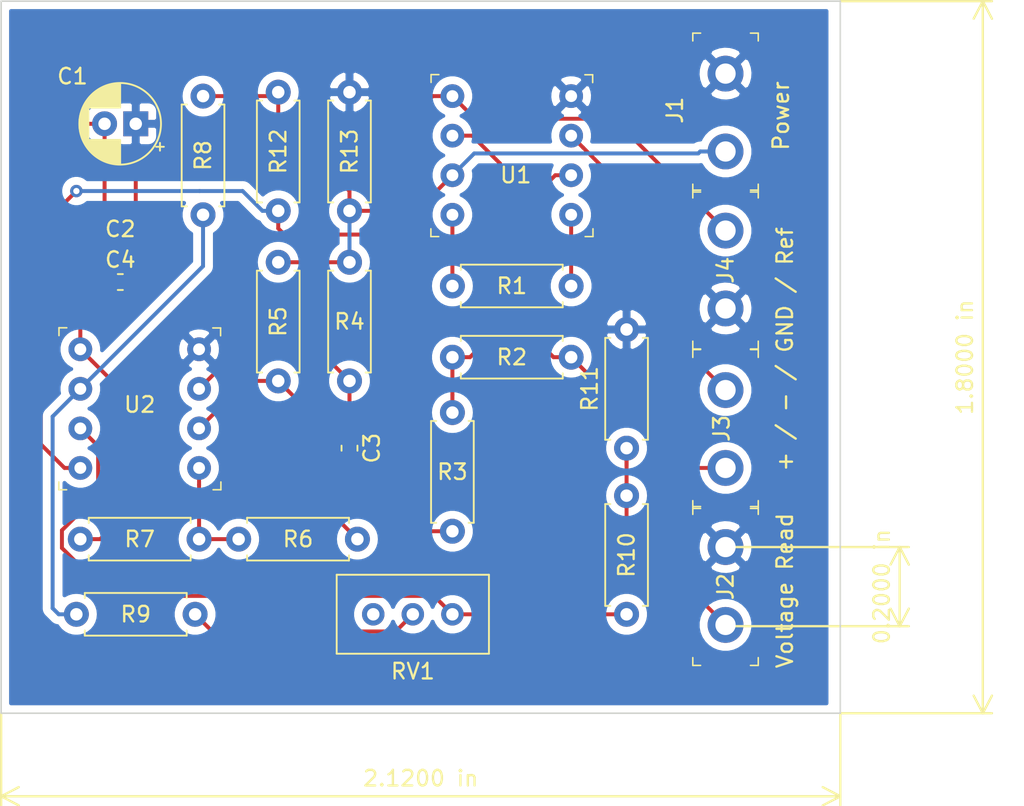
<source format=kicad_pcb>
(kicad_pcb (version 20171130) (host pcbnew "(5.1.2)-2")

  (general
    (thickness 1.6)
    (drawings 14)
    (tracks 113)
    (zones 0)
    (modules 24)
    (nets 19)
  )

  (page A)
  (title_block
    (title "EMG Prototype")
    (date 2019-06-26)
    (rev "EMG V01")
    (comment 3 "Note: Three Electrodes w/ Shield and External Power Required")
    (comment 4 "Author: Robert Stockwell")
  )

  (layers
    (0 F.Cu signal)
    (31 B.Cu signal)
    (32 B.Adhes user hide)
    (33 F.Adhes user hide)
    (34 B.Paste user hide)
    (35 F.Paste user hide)
    (36 B.SilkS user)
    (37 F.SilkS user)
    (38 B.Mask user)
    (39 F.Mask user)
    (40 Dwgs.User user)
    (41 Cmts.User user)
    (42 Eco1.User user)
    (43 Eco2.User user)
    (44 Edge.Cuts user)
    (45 Margin user)
    (46 B.CrtYd user hide)
    (47 F.CrtYd user hide)
    (48 B.Fab user hide)
    (49 F.Fab user hide)
  )

  (setup
    (last_trace_width 0.25)
    (trace_clearance 0.2)
    (zone_clearance 0.508)
    (zone_45_only no)
    (trace_min 0.2)
    (via_size 0.8)
    (via_drill 0.4)
    (via_min_size 0.4)
    (via_min_drill 0.3)
    (uvia_size 0.3)
    (uvia_drill 0.1)
    (uvias_allowed no)
    (uvia_min_size 0.2)
    (uvia_min_drill 0.1)
    (edge_width 0.1)
    (segment_width 0.2)
    (pcb_text_width 0.3)
    (pcb_text_size 1.5 1.5)
    (mod_edge_width 0.15)
    (mod_text_size 1 1)
    (mod_text_width 0.15)
    (pad_size 1.524 1.524)
    (pad_drill 0.762)
    (pad_to_mask_clearance 0)
    (aux_axis_origin 0 0)
    (visible_elements 7FFFFFFF)
    (pcbplotparams
      (layerselection 0x010fc_ffffffff)
      (usegerberextensions false)
      (usegerberattributes false)
      (usegerberadvancedattributes false)
      (creategerberjobfile false)
      (excludeedgelayer true)
      (linewidth 0.100000)
      (plotframeref false)
      (viasonmask false)
      (mode 1)
      (useauxorigin false)
      (hpglpennumber 1)
      (hpglpenspeed 20)
      (hpglpendiameter 15.000000)
      (psnegative false)
      (psa4output false)
      (plotreference true)
      (plotvalue true)
      (plotinvisibletext false)
      (padsonsilk false)
      (subtractmaskfromsilk false)
      (outputformat 1)
      (mirror false)
      (drillshape 1)
      (scaleselection 1)
      (outputdirectory ""))
  )

  (net 0 "")
  (net 1 GND)
  (net 2 +5V)
  (net 3 "Net-(C3-Pad1)")
  (net 4 "Net-(C3-Pad2)")
  (net 5 "Net-(C4-Pad1)")
  (net 6 "Net-(R1-Pad2)")
  (net 7 "Net-(R1-Pad1)")
  (net 8 "Net-(R2-Pad1)")
  (net 9 "Net-(R5-Pad1)")
  (net 10 "Net-(R6-Pad1)")
  (net 11 "Net-(R8-Pad1)")
  (net 12 "Net-(R9-Pad1)")
  (net 13 "Net-(R10-Pad1)")
  (net 14 "Net-(RV1-Pad1)")
  (net 15 "Net-(J2-Pad2)")
  (net 16 "Net-(J3-Pad2)")
  (net 17 "Net-(J3-Pad1)")
  (net 18 "Net-(J4-Pad1)")

  (net_class Default "This is the default net class."
    (clearance 0.2)
    (trace_width 0.25)
    (via_dia 0.8)
    (via_drill 0.4)
    (uvia_dia 0.3)
    (uvia_drill 0.1)
    (add_net "Net-(J2-Pad2)")
    (add_net "Net-(J3-Pad1)")
    (add_net "Net-(J3-Pad2)")
    (add_net "Net-(J4-Pad1)")
  )

  (net_class OSHPark ""
    (clearance 0.254)
    (trace_width 0.254)
    (via_dia 0.8)
    (via_drill 0.4)
    (uvia_dia 0.762)
    (uvia_drill 0.381)
    (add_net +5V)
    (add_net GND)
    (add_net "Net-(C3-Pad1)")
    (add_net "Net-(C3-Pad2)")
    (add_net "Net-(C4-Pad1)")
    (add_net "Net-(R1-Pad1)")
    (add_net "Net-(R1-Pad2)")
    (add_net "Net-(R10-Pad1)")
    (add_net "Net-(R2-Pad1)")
    (add_net "Net-(R5-Pad1)")
    (add_net "Net-(R6-Pad1)")
    (add_net "Net-(R8-Pad1)")
    (add_net "Net-(R9-Pad1)")
    (add_net "Net-(RV1-Pad1)")
  )

  (module Digikey:Terminal_Block_D1.3mm_P5mm (layer F.Cu) (tedit 5A43C220) (tstamp 5D13BA9F)
    (at 122.682 90.932 270)
    (descr https://media.digikey.com/pdf/Data%20Sheets/Phoenix%20Contact%20PDFs/1935161.pdf)
    (path /5D142BB1)
    (fp_text reference J4 (at 2.54 0 90) (layer F.SilkS)
      (effects (font (size 1 1) (thickness 0.15)))
    )
    (fp_text value "+ / - / GND / Ref" (at 7.62 -3.81 270) (layer F.Fab)
      (effects (font (size 1 1) (thickness 0.15)))
    )
    (fp_line (start -2.5 -2) (end 7.5 -2) (layer F.Fab) (width 0.1))
    (fp_line (start -2.5 -2) (end -2.5 2) (layer F.Fab) (width 0.1))
    (fp_line (start 7.5 -2) (end 7.5 2) (layer F.Fab) (width 0.1))
    (fp_line (start -2.5 2) (end 7.5 2) (layer F.Fab) (width 0.1))
    (fp_line (start 7.6 -2.1) (end 7.1 -2.1) (layer F.SilkS) (width 0.1))
    (fp_line (start 7.6 -2.1) (end 7.6 -1.6) (layer F.SilkS) (width 0.1))
    (fp_line (start 7.6 2.1) (end 7.6 1.6) (layer F.SilkS) (width 0.1))
    (fp_line (start 7.6 2.1) (end 7.1 2.1) (layer F.SilkS) (width 0.1))
    (fp_line (start -2.6 2.1) (end -2.1 2.1) (layer F.SilkS) (width 0.1))
    (fp_line (start -2.6 2.1) (end -2.6 1.6) (layer F.SilkS) (width 0.1))
    (fp_line (start -2.6 -2.1) (end -2.1 -2.1) (layer F.SilkS) (width 0.1))
    (fp_line (start -2.6 -2.1) (end -2.6 -1.6) (layer F.SilkS) (width 0.1))
    (fp_line (start -2.75 -2.25) (end 7.75 -2.25) (layer F.CrtYd) (width 0.05))
    (fp_line (start -2.75 -2.25) (end -2.75 2.25) (layer F.CrtYd) (width 0.05))
    (fp_line (start -2.75 2.25) (end 7.75 2.25) (layer F.CrtYd) (width 0.05))
    (fp_line (start 7.75 -2.25) (end 7.75 2.25) (layer F.CrtYd) (width 0.05))
    (fp_text user %R (at 2.3 0 90) (layer F.Fab)
      (effects (font (size 1 1) (thickness 0.15)))
    )
    (pad 2 thru_hole circle (at 5 0 270) (size 2.3 2.3) (drill 1.3) (layers *.Cu *.Mask)
      (net 1 GND))
    (pad 1 thru_hole circle (at 0 0 270) (size 2.3 2.3) (drill 1.3) (layers *.Cu *.Mask)
      (net 18 "Net-(J4-Pad1)"))
  )

  (module Digikey:Terminal_Block_D1.3mm_P5mm (layer F.Cu) (tedit 5A43C220) (tstamp 5D13BAE1)
    (at 122.682 106.172 90)
    (descr https://media.digikey.com/pdf/Data%20Sheets/Phoenix%20Contact%20PDFs/1935161.pdf)
    (path /5D14022A)
    (fp_text reference J3 (at 2.54 -0.254 90) (layer F.SilkS)
      (effects (font (size 1 1) (thickness 0.15)))
    )
    (fp_text value Electrodes (at 10.16 -3.81 90) (layer F.Fab)
      (effects (font (size 1 1) (thickness 0.15)))
    )
    (fp_line (start -2.5 -2) (end 7.5 -2) (layer F.Fab) (width 0.1))
    (fp_line (start -2.5 -2) (end -2.5 2) (layer F.Fab) (width 0.1))
    (fp_line (start 7.5 -2) (end 7.5 2) (layer F.Fab) (width 0.1))
    (fp_line (start -2.5 2) (end 7.5 2) (layer F.Fab) (width 0.1))
    (fp_line (start 7.6 -2.1) (end 7.1 -2.1) (layer F.SilkS) (width 0.1))
    (fp_line (start 7.6 -2.1) (end 7.6 -1.6) (layer F.SilkS) (width 0.1))
    (fp_line (start 7.6 2.1) (end 7.6 1.6) (layer F.SilkS) (width 0.1))
    (fp_line (start 7.6 2.1) (end 7.1 2.1) (layer F.SilkS) (width 0.1))
    (fp_line (start -2.6 2.1) (end -2.1 2.1) (layer F.SilkS) (width 0.1))
    (fp_line (start -2.6 2.1) (end -2.6 1.6) (layer F.SilkS) (width 0.1))
    (fp_line (start -2.6 -2.1) (end -2.1 -2.1) (layer F.SilkS) (width 0.1))
    (fp_line (start -2.6 -2.1) (end -2.6 -1.6) (layer F.SilkS) (width 0.1))
    (fp_line (start -2.75 -2.25) (end 7.75 -2.25) (layer F.CrtYd) (width 0.05))
    (fp_line (start -2.75 -2.25) (end -2.75 2.25) (layer F.CrtYd) (width 0.05))
    (fp_line (start -2.75 2.25) (end 7.75 2.25) (layer F.CrtYd) (width 0.05))
    (fp_line (start 7.75 -2.25) (end 7.75 2.25) (layer F.CrtYd) (width 0.05))
    (fp_text user %R (at 2.3 0 90) (layer F.Fab)
      (effects (font (size 1 1) (thickness 0.15)))
    )
    (pad 2 thru_hole circle (at 5 0 90) (size 2.3 2.3) (drill 1.3) (layers *.Cu *.Mask)
      (net 16 "Net-(J3-Pad2)"))
    (pad 1 thru_hole circle (at 0 0 90) (size 2.3 2.3) (drill 1.3) (layers *.Cu *.Mask)
      (net 17 "Net-(J3-Pad1)"))
  )

  (module Digikey:Terminal_Block_D1.3mm_P5mm (layer F.Cu) (tedit 5A43C220) (tstamp 5D13BB23)
    (at 122.682 85.852 90)
    (descr https://media.digikey.com/pdf/Data%20Sheets/Phoenix%20Contact%20PDFs/1935161.pdf)
    (path /5D136757)
    (fp_text reference J1 (at 2.65 -3.25 90) (layer F.SilkS)
      (effects (font (size 1 1) (thickness 0.15)))
    )
    (fp_text value Power (at 2.35 3.6 90) (layer F.Fab)
      (effects (font (size 1 1) (thickness 0.15)))
    )
    (fp_line (start -2.5 -2) (end 7.5 -2) (layer F.Fab) (width 0.1))
    (fp_line (start -2.5 -2) (end -2.5 2) (layer F.Fab) (width 0.1))
    (fp_line (start 7.5 -2) (end 7.5 2) (layer F.Fab) (width 0.1))
    (fp_line (start -2.5 2) (end 7.5 2) (layer F.Fab) (width 0.1))
    (fp_line (start 7.6 -2.1) (end 7.1 -2.1) (layer F.SilkS) (width 0.1))
    (fp_line (start 7.6 -2.1) (end 7.6 -1.6) (layer F.SilkS) (width 0.1))
    (fp_line (start 7.6 2.1) (end 7.6 1.6) (layer F.SilkS) (width 0.1))
    (fp_line (start 7.6 2.1) (end 7.1 2.1) (layer F.SilkS) (width 0.1))
    (fp_line (start -2.6 2.1) (end -2.1 2.1) (layer F.SilkS) (width 0.1))
    (fp_line (start -2.6 2.1) (end -2.6 1.6) (layer F.SilkS) (width 0.1))
    (fp_line (start -2.6 -2.1) (end -2.1 -2.1) (layer F.SilkS) (width 0.1))
    (fp_line (start -2.6 -2.1) (end -2.6 -1.6) (layer F.SilkS) (width 0.1))
    (fp_line (start -2.75 -2.25) (end 7.75 -2.25) (layer F.CrtYd) (width 0.05))
    (fp_line (start -2.75 -2.25) (end -2.75 2.25) (layer F.CrtYd) (width 0.05))
    (fp_line (start -2.75 2.25) (end 7.75 2.25) (layer F.CrtYd) (width 0.05))
    (fp_line (start 7.75 -2.25) (end 7.75 2.25) (layer F.CrtYd) (width 0.05))
    (fp_text user %R (at 2.3 0 90) (layer F.Fab)
      (effects (font (size 1 1) (thickness 0.15)))
    )
    (pad 2 thru_hole circle (at 5 0 90) (size 2.3 2.3) (drill 1.3) (layers *.Cu *.Mask)
      (net 1 GND))
    (pad 1 thru_hole circle (at 0 0 90) (size 2.3 2.3) (drill 1.3) (layers *.Cu *.Mask)
      (net 2 +5V))
  )

  (module Digikey:Terminal_Block_D1.3mm_P5mm (layer F.Cu) (tedit 5A43C220) (tstamp 5D13BBB9)
    (at 122.682 111.252 270)
    (descr https://media.digikey.com/pdf/Data%20Sheets/Phoenix%20Contact%20PDFs/1935161.pdf)
    (path /5D12AC0A)
    (fp_text reference J2 (at 2.54 0 90) (layer F.SilkS)
      (effects (font (size 1 1) (thickness 0.15)))
    )
    (fp_text value "Voltage Read" (at 2.794 -3.81 90) (layer F.Fab)
      (effects (font (size 1 1) (thickness 0.15)))
    )
    (fp_line (start -2.5 -2) (end 7.5 -2) (layer F.Fab) (width 0.1))
    (fp_line (start -2.5 -2) (end -2.5 2) (layer F.Fab) (width 0.1))
    (fp_line (start 7.5 -2) (end 7.5 2) (layer F.Fab) (width 0.1))
    (fp_line (start -2.5 2) (end 7.5 2) (layer F.Fab) (width 0.1))
    (fp_line (start 7.6 -2.1) (end 7.1 -2.1) (layer F.SilkS) (width 0.1))
    (fp_line (start 7.6 -2.1) (end 7.6 -1.6) (layer F.SilkS) (width 0.1))
    (fp_line (start 7.6 2.1) (end 7.6 1.6) (layer F.SilkS) (width 0.1))
    (fp_line (start 7.6 2.1) (end 7.1 2.1) (layer F.SilkS) (width 0.1))
    (fp_line (start -2.6 2.1) (end -2.1 2.1) (layer F.SilkS) (width 0.1))
    (fp_line (start -2.6 2.1) (end -2.6 1.6) (layer F.SilkS) (width 0.1))
    (fp_line (start -2.6 -2.1) (end -2.1 -2.1) (layer F.SilkS) (width 0.1))
    (fp_line (start -2.6 -2.1) (end -2.6 -1.6) (layer F.SilkS) (width 0.1))
    (fp_line (start -2.75 -2.25) (end 7.75 -2.25) (layer F.CrtYd) (width 0.05))
    (fp_line (start -2.75 -2.25) (end -2.75 2.25) (layer F.CrtYd) (width 0.05))
    (fp_line (start -2.75 2.25) (end 7.75 2.25) (layer F.CrtYd) (width 0.05))
    (fp_line (start 7.75 -2.25) (end 7.75 2.25) (layer F.CrtYd) (width 0.05))
    (fp_text user %R (at 2.3 0 90) (layer F.Fab)
      (effects (font (size 1 1) (thickness 0.15)))
    )
    (pad 2 thru_hole circle (at 5 0 270) (size 2.3 2.3) (drill 1.3) (layers *.Cu *.Mask)
      (net 15 "Net-(J2-Pad2)"))
    (pad 1 thru_hole circle (at 0 0 270) (size 2.3 2.3) (drill 1.3) (layers *.Cu *.Mask)
      (net 1 GND))
  )

  (module Capacitor_THT:CP_Radial_D5.0mm_P2.00mm (layer F.Cu) (tedit 5AE50EF0) (tstamp 5D13C05D)
    (at 84.836 84.074 180)
    (descr "CP, Radial series, Radial, pin pitch=2.00mm, , diameter=5mm, Electrolytic Capacitor")
    (tags "CP Radial series Radial pin pitch 2.00mm  diameter 5mm Electrolytic Capacitor")
    (path /5CFD6EE5)
    (fp_text reference C1 (at 4.064 3.048) (layer F.SilkS)
      (effects (font (size 1 1) (thickness 0.15)))
    )
    (fp_text value 10u (at 1 3.75) (layer F.Fab)
      (effects (font (size 1 1) (thickness 0.15)))
    )
    (fp_circle (center 1 0) (end 3.5 0) (layer F.Fab) (width 0.1))
    (fp_circle (center 1 0) (end 3.62 0) (layer F.SilkS) (width 0.12))
    (fp_circle (center 1 0) (end 3.75 0) (layer F.CrtYd) (width 0.05))
    (fp_line (start -1.133605 -1.0875) (end -0.633605 -1.0875) (layer F.Fab) (width 0.1))
    (fp_line (start -0.883605 -1.3375) (end -0.883605 -0.8375) (layer F.Fab) (width 0.1))
    (fp_line (start 1 1.04) (end 1 2.58) (layer F.SilkS) (width 0.12))
    (fp_line (start 1 -2.58) (end 1 -1.04) (layer F.SilkS) (width 0.12))
    (fp_line (start 1.04 1.04) (end 1.04 2.58) (layer F.SilkS) (width 0.12))
    (fp_line (start 1.04 -2.58) (end 1.04 -1.04) (layer F.SilkS) (width 0.12))
    (fp_line (start 1.08 -2.579) (end 1.08 -1.04) (layer F.SilkS) (width 0.12))
    (fp_line (start 1.08 1.04) (end 1.08 2.579) (layer F.SilkS) (width 0.12))
    (fp_line (start 1.12 -2.578) (end 1.12 -1.04) (layer F.SilkS) (width 0.12))
    (fp_line (start 1.12 1.04) (end 1.12 2.578) (layer F.SilkS) (width 0.12))
    (fp_line (start 1.16 -2.576) (end 1.16 -1.04) (layer F.SilkS) (width 0.12))
    (fp_line (start 1.16 1.04) (end 1.16 2.576) (layer F.SilkS) (width 0.12))
    (fp_line (start 1.2 -2.573) (end 1.2 -1.04) (layer F.SilkS) (width 0.12))
    (fp_line (start 1.2 1.04) (end 1.2 2.573) (layer F.SilkS) (width 0.12))
    (fp_line (start 1.24 -2.569) (end 1.24 -1.04) (layer F.SilkS) (width 0.12))
    (fp_line (start 1.24 1.04) (end 1.24 2.569) (layer F.SilkS) (width 0.12))
    (fp_line (start 1.28 -2.565) (end 1.28 -1.04) (layer F.SilkS) (width 0.12))
    (fp_line (start 1.28 1.04) (end 1.28 2.565) (layer F.SilkS) (width 0.12))
    (fp_line (start 1.32 -2.561) (end 1.32 -1.04) (layer F.SilkS) (width 0.12))
    (fp_line (start 1.32 1.04) (end 1.32 2.561) (layer F.SilkS) (width 0.12))
    (fp_line (start 1.36 -2.556) (end 1.36 -1.04) (layer F.SilkS) (width 0.12))
    (fp_line (start 1.36 1.04) (end 1.36 2.556) (layer F.SilkS) (width 0.12))
    (fp_line (start 1.4 -2.55) (end 1.4 -1.04) (layer F.SilkS) (width 0.12))
    (fp_line (start 1.4 1.04) (end 1.4 2.55) (layer F.SilkS) (width 0.12))
    (fp_line (start 1.44 -2.543) (end 1.44 -1.04) (layer F.SilkS) (width 0.12))
    (fp_line (start 1.44 1.04) (end 1.44 2.543) (layer F.SilkS) (width 0.12))
    (fp_line (start 1.48 -2.536) (end 1.48 -1.04) (layer F.SilkS) (width 0.12))
    (fp_line (start 1.48 1.04) (end 1.48 2.536) (layer F.SilkS) (width 0.12))
    (fp_line (start 1.52 -2.528) (end 1.52 -1.04) (layer F.SilkS) (width 0.12))
    (fp_line (start 1.52 1.04) (end 1.52 2.528) (layer F.SilkS) (width 0.12))
    (fp_line (start 1.56 -2.52) (end 1.56 -1.04) (layer F.SilkS) (width 0.12))
    (fp_line (start 1.56 1.04) (end 1.56 2.52) (layer F.SilkS) (width 0.12))
    (fp_line (start 1.6 -2.511) (end 1.6 -1.04) (layer F.SilkS) (width 0.12))
    (fp_line (start 1.6 1.04) (end 1.6 2.511) (layer F.SilkS) (width 0.12))
    (fp_line (start 1.64 -2.501) (end 1.64 -1.04) (layer F.SilkS) (width 0.12))
    (fp_line (start 1.64 1.04) (end 1.64 2.501) (layer F.SilkS) (width 0.12))
    (fp_line (start 1.68 -2.491) (end 1.68 -1.04) (layer F.SilkS) (width 0.12))
    (fp_line (start 1.68 1.04) (end 1.68 2.491) (layer F.SilkS) (width 0.12))
    (fp_line (start 1.721 -2.48) (end 1.721 -1.04) (layer F.SilkS) (width 0.12))
    (fp_line (start 1.721 1.04) (end 1.721 2.48) (layer F.SilkS) (width 0.12))
    (fp_line (start 1.761 -2.468) (end 1.761 -1.04) (layer F.SilkS) (width 0.12))
    (fp_line (start 1.761 1.04) (end 1.761 2.468) (layer F.SilkS) (width 0.12))
    (fp_line (start 1.801 -2.455) (end 1.801 -1.04) (layer F.SilkS) (width 0.12))
    (fp_line (start 1.801 1.04) (end 1.801 2.455) (layer F.SilkS) (width 0.12))
    (fp_line (start 1.841 -2.442) (end 1.841 -1.04) (layer F.SilkS) (width 0.12))
    (fp_line (start 1.841 1.04) (end 1.841 2.442) (layer F.SilkS) (width 0.12))
    (fp_line (start 1.881 -2.428) (end 1.881 -1.04) (layer F.SilkS) (width 0.12))
    (fp_line (start 1.881 1.04) (end 1.881 2.428) (layer F.SilkS) (width 0.12))
    (fp_line (start 1.921 -2.414) (end 1.921 -1.04) (layer F.SilkS) (width 0.12))
    (fp_line (start 1.921 1.04) (end 1.921 2.414) (layer F.SilkS) (width 0.12))
    (fp_line (start 1.961 -2.398) (end 1.961 -1.04) (layer F.SilkS) (width 0.12))
    (fp_line (start 1.961 1.04) (end 1.961 2.398) (layer F.SilkS) (width 0.12))
    (fp_line (start 2.001 -2.382) (end 2.001 -1.04) (layer F.SilkS) (width 0.12))
    (fp_line (start 2.001 1.04) (end 2.001 2.382) (layer F.SilkS) (width 0.12))
    (fp_line (start 2.041 -2.365) (end 2.041 -1.04) (layer F.SilkS) (width 0.12))
    (fp_line (start 2.041 1.04) (end 2.041 2.365) (layer F.SilkS) (width 0.12))
    (fp_line (start 2.081 -2.348) (end 2.081 -1.04) (layer F.SilkS) (width 0.12))
    (fp_line (start 2.081 1.04) (end 2.081 2.348) (layer F.SilkS) (width 0.12))
    (fp_line (start 2.121 -2.329) (end 2.121 -1.04) (layer F.SilkS) (width 0.12))
    (fp_line (start 2.121 1.04) (end 2.121 2.329) (layer F.SilkS) (width 0.12))
    (fp_line (start 2.161 -2.31) (end 2.161 -1.04) (layer F.SilkS) (width 0.12))
    (fp_line (start 2.161 1.04) (end 2.161 2.31) (layer F.SilkS) (width 0.12))
    (fp_line (start 2.201 -2.29) (end 2.201 -1.04) (layer F.SilkS) (width 0.12))
    (fp_line (start 2.201 1.04) (end 2.201 2.29) (layer F.SilkS) (width 0.12))
    (fp_line (start 2.241 -2.268) (end 2.241 -1.04) (layer F.SilkS) (width 0.12))
    (fp_line (start 2.241 1.04) (end 2.241 2.268) (layer F.SilkS) (width 0.12))
    (fp_line (start 2.281 -2.247) (end 2.281 -1.04) (layer F.SilkS) (width 0.12))
    (fp_line (start 2.281 1.04) (end 2.281 2.247) (layer F.SilkS) (width 0.12))
    (fp_line (start 2.321 -2.224) (end 2.321 -1.04) (layer F.SilkS) (width 0.12))
    (fp_line (start 2.321 1.04) (end 2.321 2.224) (layer F.SilkS) (width 0.12))
    (fp_line (start 2.361 -2.2) (end 2.361 -1.04) (layer F.SilkS) (width 0.12))
    (fp_line (start 2.361 1.04) (end 2.361 2.2) (layer F.SilkS) (width 0.12))
    (fp_line (start 2.401 -2.175) (end 2.401 -1.04) (layer F.SilkS) (width 0.12))
    (fp_line (start 2.401 1.04) (end 2.401 2.175) (layer F.SilkS) (width 0.12))
    (fp_line (start 2.441 -2.149) (end 2.441 -1.04) (layer F.SilkS) (width 0.12))
    (fp_line (start 2.441 1.04) (end 2.441 2.149) (layer F.SilkS) (width 0.12))
    (fp_line (start 2.481 -2.122) (end 2.481 -1.04) (layer F.SilkS) (width 0.12))
    (fp_line (start 2.481 1.04) (end 2.481 2.122) (layer F.SilkS) (width 0.12))
    (fp_line (start 2.521 -2.095) (end 2.521 -1.04) (layer F.SilkS) (width 0.12))
    (fp_line (start 2.521 1.04) (end 2.521 2.095) (layer F.SilkS) (width 0.12))
    (fp_line (start 2.561 -2.065) (end 2.561 -1.04) (layer F.SilkS) (width 0.12))
    (fp_line (start 2.561 1.04) (end 2.561 2.065) (layer F.SilkS) (width 0.12))
    (fp_line (start 2.601 -2.035) (end 2.601 -1.04) (layer F.SilkS) (width 0.12))
    (fp_line (start 2.601 1.04) (end 2.601 2.035) (layer F.SilkS) (width 0.12))
    (fp_line (start 2.641 -2.004) (end 2.641 -1.04) (layer F.SilkS) (width 0.12))
    (fp_line (start 2.641 1.04) (end 2.641 2.004) (layer F.SilkS) (width 0.12))
    (fp_line (start 2.681 -1.971) (end 2.681 -1.04) (layer F.SilkS) (width 0.12))
    (fp_line (start 2.681 1.04) (end 2.681 1.971) (layer F.SilkS) (width 0.12))
    (fp_line (start 2.721 -1.937) (end 2.721 -1.04) (layer F.SilkS) (width 0.12))
    (fp_line (start 2.721 1.04) (end 2.721 1.937) (layer F.SilkS) (width 0.12))
    (fp_line (start 2.761 -1.901) (end 2.761 -1.04) (layer F.SilkS) (width 0.12))
    (fp_line (start 2.761 1.04) (end 2.761 1.901) (layer F.SilkS) (width 0.12))
    (fp_line (start 2.801 -1.864) (end 2.801 -1.04) (layer F.SilkS) (width 0.12))
    (fp_line (start 2.801 1.04) (end 2.801 1.864) (layer F.SilkS) (width 0.12))
    (fp_line (start 2.841 -1.826) (end 2.841 -1.04) (layer F.SilkS) (width 0.12))
    (fp_line (start 2.841 1.04) (end 2.841 1.826) (layer F.SilkS) (width 0.12))
    (fp_line (start 2.881 -1.785) (end 2.881 -1.04) (layer F.SilkS) (width 0.12))
    (fp_line (start 2.881 1.04) (end 2.881 1.785) (layer F.SilkS) (width 0.12))
    (fp_line (start 2.921 -1.743) (end 2.921 -1.04) (layer F.SilkS) (width 0.12))
    (fp_line (start 2.921 1.04) (end 2.921 1.743) (layer F.SilkS) (width 0.12))
    (fp_line (start 2.961 -1.699) (end 2.961 -1.04) (layer F.SilkS) (width 0.12))
    (fp_line (start 2.961 1.04) (end 2.961 1.699) (layer F.SilkS) (width 0.12))
    (fp_line (start 3.001 -1.653) (end 3.001 -1.04) (layer F.SilkS) (width 0.12))
    (fp_line (start 3.001 1.04) (end 3.001 1.653) (layer F.SilkS) (width 0.12))
    (fp_line (start 3.041 -1.605) (end 3.041 1.605) (layer F.SilkS) (width 0.12))
    (fp_line (start 3.081 -1.554) (end 3.081 1.554) (layer F.SilkS) (width 0.12))
    (fp_line (start 3.121 -1.5) (end 3.121 1.5) (layer F.SilkS) (width 0.12))
    (fp_line (start 3.161 -1.443) (end 3.161 1.443) (layer F.SilkS) (width 0.12))
    (fp_line (start 3.201 -1.383) (end 3.201 1.383) (layer F.SilkS) (width 0.12))
    (fp_line (start 3.241 -1.319) (end 3.241 1.319) (layer F.SilkS) (width 0.12))
    (fp_line (start 3.281 -1.251) (end 3.281 1.251) (layer F.SilkS) (width 0.12))
    (fp_line (start 3.321 -1.178) (end 3.321 1.178) (layer F.SilkS) (width 0.12))
    (fp_line (start 3.361 -1.098) (end 3.361 1.098) (layer F.SilkS) (width 0.12))
    (fp_line (start 3.401 -1.011) (end 3.401 1.011) (layer F.SilkS) (width 0.12))
    (fp_line (start 3.441 -0.915) (end 3.441 0.915) (layer F.SilkS) (width 0.12))
    (fp_line (start 3.481 -0.805) (end 3.481 0.805) (layer F.SilkS) (width 0.12))
    (fp_line (start 3.521 -0.677) (end 3.521 0.677) (layer F.SilkS) (width 0.12))
    (fp_line (start 3.561 -0.518) (end 3.561 0.518) (layer F.SilkS) (width 0.12))
    (fp_line (start 3.601 -0.284) (end 3.601 0.284) (layer F.SilkS) (width 0.12))
    (fp_line (start -1.804775 -1.475) (end -1.304775 -1.475) (layer F.SilkS) (width 0.12))
    (fp_line (start -1.554775 -1.725) (end -1.554775 -1.225) (layer F.SilkS) (width 0.12))
    (fp_text user %R (at 1 0) (layer F.Fab)
      (effects (font (size 1 1) (thickness 0.15)))
    )
    (pad 1 thru_hole rect (at 0 0 180) (size 1.6 1.6) (drill 0.8) (layers *.Cu *.Mask)
      (net 1 GND))
    (pad 2 thru_hole circle (at 2 0 180) (size 1.6 1.6) (drill 0.8) (layers *.Cu *.Mask)
      (net 2 +5V))
    (model ${KISYS3DMOD}/Capacitor_THT.3dshapes/CP_Radial_D5.0mm_P2.00mm.wrl
      (at (xyz 0 0 0))
      (scale (xyz 1 1 1))
      (rotate (xyz 0 0 0))
    )
  )

  (module Capacitor_SMD:C_0402_1005Metric (layer F.Cu) (tedit 5B301BBE) (tstamp 5D13BFBF)
    (at 83.843 89.662 180)
    (descr "Capacitor SMD 0402 (1005 Metric), square (rectangular) end terminal, IPC_7351 nominal, (Body size source: http://www.tortai-tech.com/upload/download/2011102023233369053.pdf), generated with kicad-footprint-generator")
    (tags capacitor)
    (path /5CFD639E)
    (attr smd)
    (fp_text reference C2 (at 0 -1.17) (layer F.SilkS)
      (effects (font (size 1 1) (thickness 0.15)))
    )
    (fp_text value 0.1u (at 0 1.17) (layer F.Fab)
      (effects (font (size 1 1) (thickness 0.15)))
    )
    (fp_line (start -0.5 0.25) (end -0.5 -0.25) (layer F.Fab) (width 0.1))
    (fp_line (start -0.5 -0.25) (end 0.5 -0.25) (layer F.Fab) (width 0.1))
    (fp_line (start 0.5 -0.25) (end 0.5 0.25) (layer F.Fab) (width 0.1))
    (fp_line (start 0.5 0.25) (end -0.5 0.25) (layer F.Fab) (width 0.1))
    (fp_line (start -0.93 0.47) (end -0.93 -0.47) (layer F.CrtYd) (width 0.05))
    (fp_line (start -0.93 -0.47) (end 0.93 -0.47) (layer F.CrtYd) (width 0.05))
    (fp_line (start 0.93 -0.47) (end 0.93 0.47) (layer F.CrtYd) (width 0.05))
    (fp_line (start 0.93 0.47) (end -0.93 0.47) (layer F.CrtYd) (width 0.05))
    (fp_text user %R (at 0 0) (layer F.Fab)
      (effects (font (size 0.25 0.25) (thickness 0.04)))
    )
    (pad 1 smd roundrect (at -0.485 0 180) (size 0.59 0.64) (layers F.Cu F.Paste F.Mask) (roundrect_rratio 0.25)
      (net 1 GND))
    (pad 2 smd roundrect (at 0.485 0 180) (size 0.59 0.64) (layers F.Cu F.Paste F.Mask) (roundrect_rratio 0.25)
      (net 2 +5V))
    (model ${KISYS3DMOD}/Capacitor_SMD.3dshapes/C_0402_1005Metric.wrl
      (at (xyz 0 0 0))
      (scale (xyz 1 1 1))
      (rotate (xyz 0 0 0))
    )
  )

  (module Capacitor_SMD:C_0603_1608Metric (layer F.Cu) (tedit 5B301BBE) (tstamp 5D13BF91)
    (at 98.552 104.902 270)
    (descr "Capacitor SMD 0603 (1608 Metric), square (rectangular) end terminal, IPC_7351 nominal, (Body size source: http://www.tortai-tech.com/upload/download/2011102023233369053.pdf), generated with kicad-footprint-generator")
    (tags capacitor)
    (path /5CFCB937)
    (attr smd)
    (fp_text reference C3 (at 0 -1.43 90) (layer F.SilkS)
      (effects (font (size 1 1) (thickness 0.15)))
    )
    (fp_text value 1u (at 0 1.43 90) (layer F.Fab)
      (effects (font (size 1 1) (thickness 0.15)))
    )
    (fp_line (start -0.8 0.4) (end -0.8 -0.4) (layer F.Fab) (width 0.1))
    (fp_line (start -0.8 -0.4) (end 0.8 -0.4) (layer F.Fab) (width 0.1))
    (fp_line (start 0.8 -0.4) (end 0.8 0.4) (layer F.Fab) (width 0.1))
    (fp_line (start 0.8 0.4) (end -0.8 0.4) (layer F.Fab) (width 0.1))
    (fp_line (start -0.162779 -0.51) (end 0.162779 -0.51) (layer F.SilkS) (width 0.12))
    (fp_line (start -0.162779 0.51) (end 0.162779 0.51) (layer F.SilkS) (width 0.12))
    (fp_line (start -1.48 0.73) (end -1.48 -0.73) (layer F.CrtYd) (width 0.05))
    (fp_line (start -1.48 -0.73) (end 1.48 -0.73) (layer F.CrtYd) (width 0.05))
    (fp_line (start 1.48 -0.73) (end 1.48 0.73) (layer F.CrtYd) (width 0.05))
    (fp_line (start 1.48 0.73) (end -1.48 0.73) (layer F.CrtYd) (width 0.05))
    (fp_text user %R (at 0 0 90) (layer F.Fab)
      (effects (font (size 0.4 0.4) (thickness 0.06)))
    )
    (pad 1 smd roundrect (at -0.7875 0 270) (size 0.875 0.95) (layers F.Cu F.Paste F.Mask) (roundrect_rratio 0.25)
      (net 3 "Net-(C3-Pad1)"))
    (pad 2 smd roundrect (at 0.7875 0 270) (size 0.875 0.95) (layers F.Cu F.Paste F.Mask) (roundrect_rratio 0.25)
      (net 4 "Net-(C3-Pad2)"))
    (model ${KISYS3DMOD}/Capacitor_SMD.3dshapes/C_0603_1608Metric.wrl
      (at (xyz 0 0 0))
      (scale (xyz 1 1 1))
      (rotate (xyz 0 0 0))
    )
  )

  (module Capacitor_SMD:C_0603_1608Metric (layer F.Cu) (tedit 5B301BBE) (tstamp 5D13BF61)
    (at 83.8455 94.234)
    (descr "Capacitor SMD 0603 (1608 Metric), square (rectangular) end terminal, IPC_7351 nominal, (Body size source: http://www.tortai-tech.com/upload/download/2011102023233369053.pdf), generated with kicad-footprint-generator")
    (tags capacitor)
    (path /5CFCAFA5)
    (attr smd)
    (fp_text reference C4 (at 0 -1.43) (layer F.SilkS)
      (effects (font (size 1 1) (thickness 0.15)))
    )
    (fp_text value 1u (at 0 1.43 270) (layer F.Fab)
      (effects (font (size 1 1) (thickness 0.15)))
    )
    (fp_text user %R (at 0 0) (layer F.Fab)
      (effects (font (size 0.4 0.4) (thickness 0.06)))
    )
    (fp_line (start 1.48 0.73) (end -1.48 0.73) (layer F.CrtYd) (width 0.05))
    (fp_line (start 1.48 -0.73) (end 1.48 0.73) (layer F.CrtYd) (width 0.05))
    (fp_line (start -1.48 -0.73) (end 1.48 -0.73) (layer F.CrtYd) (width 0.05))
    (fp_line (start -1.48 0.73) (end -1.48 -0.73) (layer F.CrtYd) (width 0.05))
    (fp_line (start -0.162779 0.51) (end 0.162779 0.51) (layer F.SilkS) (width 0.12))
    (fp_line (start -0.162779 -0.51) (end 0.162779 -0.51) (layer F.SilkS) (width 0.12))
    (fp_line (start 0.8 0.4) (end -0.8 0.4) (layer F.Fab) (width 0.1))
    (fp_line (start 0.8 -0.4) (end 0.8 0.4) (layer F.Fab) (width 0.1))
    (fp_line (start -0.8 -0.4) (end 0.8 -0.4) (layer F.Fab) (width 0.1))
    (fp_line (start -0.8 0.4) (end -0.8 -0.4) (layer F.Fab) (width 0.1))
    (pad 2 smd roundrect (at 0.7875 0) (size 0.875 0.95) (layers F.Cu F.Paste F.Mask) (roundrect_rratio 0.25)
      (net 1 GND))
    (pad 1 smd roundrect (at -0.7875 0) (size 0.875 0.95) (layers F.Cu F.Paste F.Mask) (roundrect_rratio 0.25)
      (net 5 "Net-(C4-Pad1)"))
    (model ${KISYS3DMOD}/Capacitor_SMD.3dshapes/C_0603_1608Metric.wrl
      (at (xyz 0 0 0))
      (scale (xyz 1 1 1))
      (rotate (xyz 0 0 0))
    )
  )

  (module Resistor_THT:R_Axial_DIN0207_L6.3mm_D2.5mm_P7.62mm_Horizontal (layer F.Cu) (tedit 5AE5139B) (tstamp 5D13BF25)
    (at 112.776 94.488 180)
    (descr "Resistor, Axial_DIN0207 series, Axial, Horizontal, pin pitch=7.62mm, 0.25W = 1/4W, length*diameter=6.3*2.5mm^2, http://cdn-reichelt.de/documents/datenblatt/B400/1_4W%23YAG.pdf")
    (tags "Resistor Axial_DIN0207 series Axial Horizontal pin pitch 7.62mm 0.25W = 1/4W length 6.3mm diameter 2.5mm")
    (path /5CFD7B8C)
    (fp_text reference R1 (at 3.81 0) (layer F.SilkS)
      (effects (font (size 1 1) (thickness 0.15)))
    )
    (fp_text value 1k (at 3.81 -2.286) (layer F.Fab)
      (effects (font (size 1 1) (thickness 0.15)))
    )
    (fp_text user %R (at 3.81 0) (layer F.Fab)
      (effects (font (size 1 1) (thickness 0.15)))
    )
    (fp_line (start 8.67 -1.5) (end -1.05 -1.5) (layer F.CrtYd) (width 0.05))
    (fp_line (start 8.67 1.5) (end 8.67 -1.5) (layer F.CrtYd) (width 0.05))
    (fp_line (start -1.05 1.5) (end 8.67 1.5) (layer F.CrtYd) (width 0.05))
    (fp_line (start -1.05 -1.5) (end -1.05 1.5) (layer F.CrtYd) (width 0.05))
    (fp_line (start 7.08 1.37) (end 7.08 1.04) (layer F.SilkS) (width 0.12))
    (fp_line (start 0.54 1.37) (end 7.08 1.37) (layer F.SilkS) (width 0.12))
    (fp_line (start 0.54 1.04) (end 0.54 1.37) (layer F.SilkS) (width 0.12))
    (fp_line (start 7.08 -1.37) (end 7.08 -1.04) (layer F.SilkS) (width 0.12))
    (fp_line (start 0.54 -1.37) (end 7.08 -1.37) (layer F.SilkS) (width 0.12))
    (fp_line (start 0.54 -1.04) (end 0.54 -1.37) (layer F.SilkS) (width 0.12))
    (fp_line (start 7.62 0) (end 6.96 0) (layer F.Fab) (width 0.1))
    (fp_line (start 0 0) (end 0.66 0) (layer F.Fab) (width 0.1))
    (fp_line (start 6.96 -1.25) (end 0.66 -1.25) (layer F.Fab) (width 0.1))
    (fp_line (start 6.96 1.25) (end 6.96 -1.25) (layer F.Fab) (width 0.1))
    (fp_line (start 0.66 1.25) (end 6.96 1.25) (layer F.Fab) (width 0.1))
    (fp_line (start 0.66 -1.25) (end 0.66 1.25) (layer F.Fab) (width 0.1))
    (pad 2 thru_hole oval (at 7.62 0 180) (size 1.6 1.6) (drill 0.8) (layers *.Cu *.Mask)
      (net 6 "Net-(R1-Pad2)"))
    (pad 1 thru_hole circle (at 0 0 180) (size 1.6 1.6) (drill 0.8) (layers *.Cu *.Mask)
      (net 7 "Net-(R1-Pad1)"))
    (model ${KISYS3DMOD}/Resistor_THT.3dshapes/R_Axial_DIN0207_L6.3mm_D2.5mm_P7.62mm_Horizontal.wrl
      (at (xyz 0 0 0))
      (scale (xyz 1 1 1))
      (rotate (xyz 0 0 0))
    )
  )

  (module Resistor_THT:R_Axial_DIN0207_L6.3mm_D2.5mm_P7.62mm_Horizontal (layer F.Cu) (tedit 5AE5139B) (tstamp 5D13BD57)
    (at 105.156 99.06)
    (descr "Resistor, Axial_DIN0207 series, Axial, Horizontal, pin pitch=7.62mm, 0.25W = 1/4W, length*diameter=6.3*2.5mm^2, http://cdn-reichelt.de/documents/datenblatt/B400/1_4W%23YAG.pdf")
    (tags "Resistor Axial_DIN0207 series Axial Horizontal pin pitch 7.62mm 0.25W = 1/4W length 6.3mm diameter 2.5mm")
    (path /5CFCA4AE)
    (fp_text reference R2 (at 3.81 0) (layer F.SilkS)
      (effects (font (size 1 1) (thickness 0.15)))
    )
    (fp_text value 150k (at 3.81 2.37) (layer F.Fab)
      (effects (font (size 1 1) (thickness 0.15)))
    )
    (fp_line (start 0.66 -1.25) (end 0.66 1.25) (layer F.Fab) (width 0.1))
    (fp_line (start 0.66 1.25) (end 6.96 1.25) (layer F.Fab) (width 0.1))
    (fp_line (start 6.96 1.25) (end 6.96 -1.25) (layer F.Fab) (width 0.1))
    (fp_line (start 6.96 -1.25) (end 0.66 -1.25) (layer F.Fab) (width 0.1))
    (fp_line (start 0 0) (end 0.66 0) (layer F.Fab) (width 0.1))
    (fp_line (start 7.62 0) (end 6.96 0) (layer F.Fab) (width 0.1))
    (fp_line (start 0.54 -1.04) (end 0.54 -1.37) (layer F.SilkS) (width 0.12))
    (fp_line (start 0.54 -1.37) (end 7.08 -1.37) (layer F.SilkS) (width 0.12))
    (fp_line (start 7.08 -1.37) (end 7.08 -1.04) (layer F.SilkS) (width 0.12))
    (fp_line (start 0.54 1.04) (end 0.54 1.37) (layer F.SilkS) (width 0.12))
    (fp_line (start 0.54 1.37) (end 7.08 1.37) (layer F.SilkS) (width 0.12))
    (fp_line (start 7.08 1.37) (end 7.08 1.04) (layer F.SilkS) (width 0.12))
    (fp_line (start -1.05 -1.5) (end -1.05 1.5) (layer F.CrtYd) (width 0.05))
    (fp_line (start -1.05 1.5) (end 8.67 1.5) (layer F.CrtYd) (width 0.05))
    (fp_line (start 8.67 1.5) (end 8.67 -1.5) (layer F.CrtYd) (width 0.05))
    (fp_line (start 8.67 -1.5) (end -1.05 -1.5) (layer F.CrtYd) (width 0.05))
    (fp_text user %R (at 3.81 0) (layer F.Fab)
      (effects (font (size 1 1) (thickness 0.15)))
    )
    (pad 1 thru_hole circle (at 0 0) (size 1.6 1.6) (drill 0.8) (layers *.Cu *.Mask)
      (net 8 "Net-(R2-Pad1)"))
    (pad 2 thru_hole oval (at 7.62 0) (size 1.6 1.6) (drill 0.8) (layers *.Cu *.Mask)
      (net 17 "Net-(J3-Pad1)"))
    (model ${KISYS3DMOD}/Resistor_THT.3dshapes/R_Axial_DIN0207_L6.3mm_D2.5mm_P7.62mm_Horizontal.wrl
      (at (xyz 0 0 0))
      (scale (xyz 1 1 1))
      (rotate (xyz 0 0 0))
    )
  )

  (module Resistor_THT:R_Axial_DIN0207_L6.3mm_D2.5mm_P7.62mm_Horizontal (layer F.Cu) (tedit 5AE5139B) (tstamp 5D13BEE3)
    (at 105.156 110.236 90)
    (descr "Resistor, Axial_DIN0207 series, Axial, Horizontal, pin pitch=7.62mm, 0.25W = 1/4W, length*diameter=6.3*2.5mm^2, http://cdn-reichelt.de/documents/datenblatt/B400/1_4W%23YAG.pdf")
    (tags "Resistor Axial_DIN0207 series Axial Horizontal pin pitch 7.62mm 0.25W = 1/4W length 6.3mm diameter 2.5mm")
    (path /5CFCF011)
    (fp_text reference R3 (at 3.81 0 180) (layer F.SilkS)
      (effects (font (size 1 1) (thickness 0.15)))
    )
    (fp_text value 2k (at 3.81 2.37 90) (layer F.Fab)
      (effects (font (size 1 1) (thickness 0.15)))
    )
    (fp_line (start 0.66 -1.25) (end 0.66 1.25) (layer F.Fab) (width 0.1))
    (fp_line (start 0.66 1.25) (end 6.96 1.25) (layer F.Fab) (width 0.1))
    (fp_line (start 6.96 1.25) (end 6.96 -1.25) (layer F.Fab) (width 0.1))
    (fp_line (start 6.96 -1.25) (end 0.66 -1.25) (layer F.Fab) (width 0.1))
    (fp_line (start 0 0) (end 0.66 0) (layer F.Fab) (width 0.1))
    (fp_line (start 7.62 0) (end 6.96 0) (layer F.Fab) (width 0.1))
    (fp_line (start 0.54 -1.04) (end 0.54 -1.37) (layer F.SilkS) (width 0.12))
    (fp_line (start 0.54 -1.37) (end 7.08 -1.37) (layer F.SilkS) (width 0.12))
    (fp_line (start 7.08 -1.37) (end 7.08 -1.04) (layer F.SilkS) (width 0.12))
    (fp_line (start 0.54 1.04) (end 0.54 1.37) (layer F.SilkS) (width 0.12))
    (fp_line (start 0.54 1.37) (end 7.08 1.37) (layer F.SilkS) (width 0.12))
    (fp_line (start 7.08 1.37) (end 7.08 1.04) (layer F.SilkS) (width 0.12))
    (fp_line (start -1.05 -1.5) (end -1.05 1.5) (layer F.CrtYd) (width 0.05))
    (fp_line (start -1.05 1.5) (end 8.67 1.5) (layer F.CrtYd) (width 0.05))
    (fp_line (start 8.67 1.5) (end 8.67 -1.5) (layer F.CrtYd) (width 0.05))
    (fp_line (start 8.67 -1.5) (end -1.05 -1.5) (layer F.CrtYd) (width 0.05))
    (fp_text user %R (at 3.81 0 180) (layer F.Fab)
      (effects (font (size 1 1) (thickness 0.15)))
    )
    (pad 1 thru_hole circle (at 0 0 90) (size 1.6 1.6) (drill 0.8) (layers *.Cu *.Mask)
      (net 4 "Net-(C3-Pad2)"))
    (pad 2 thru_hole oval (at 7.62 0 90) (size 1.6 1.6) (drill 0.8) (layers *.Cu *.Mask)
      (net 8 "Net-(R2-Pad1)"))
    (model ${KISYS3DMOD}/Resistor_THT.3dshapes/R_Axial_DIN0207_L6.3mm_D2.5mm_P7.62mm_Horizontal.wrl
      (at (xyz 0 0 0))
      (scale (xyz 1 1 1))
      (rotate (xyz 0 0 0))
    )
  )

  (module Resistor_THT:R_Axial_DIN0207_L6.3mm_D2.5mm_P7.62mm_Horizontal (layer F.Cu) (tedit 5AE5139B) (tstamp 5D13BEA1)
    (at 98.552 100.584 90)
    (descr "Resistor, Axial_DIN0207 series, Axial, Horizontal, pin pitch=7.62mm, 0.25W = 1/4W, length*diameter=6.3*2.5mm^2, http://cdn-reichelt.de/documents/datenblatt/B400/1_4W%23YAG.pdf")
    (tags "Resistor Axial_DIN0207 series Axial Horizontal pin pitch 7.62mm 0.25W = 1/4W length 6.3mm diameter 2.5mm")
    (path /5CFCF85E)
    (fp_text reference R4 (at 3.81 0 180) (layer F.SilkS)
      (effects (font (size 1 1) (thickness 0.15)))
    )
    (fp_text value 14700 (at 3.81 2.37 90) (layer F.Fab)
      (effects (font (size 1 1) (thickness 0.15)))
    )
    (fp_text user %R (at 3.81 0 180) (layer F.Fab)
      (effects (font (size 1 1) (thickness 0.15)))
    )
    (fp_line (start 8.67 -1.5) (end -1.05 -1.5) (layer F.CrtYd) (width 0.05))
    (fp_line (start 8.67 1.5) (end 8.67 -1.5) (layer F.CrtYd) (width 0.05))
    (fp_line (start -1.05 1.5) (end 8.67 1.5) (layer F.CrtYd) (width 0.05))
    (fp_line (start -1.05 -1.5) (end -1.05 1.5) (layer F.CrtYd) (width 0.05))
    (fp_line (start 7.08 1.37) (end 7.08 1.04) (layer F.SilkS) (width 0.12))
    (fp_line (start 0.54 1.37) (end 7.08 1.37) (layer F.SilkS) (width 0.12))
    (fp_line (start 0.54 1.04) (end 0.54 1.37) (layer F.SilkS) (width 0.12))
    (fp_line (start 7.08 -1.37) (end 7.08 -1.04) (layer F.SilkS) (width 0.12))
    (fp_line (start 0.54 -1.37) (end 7.08 -1.37) (layer F.SilkS) (width 0.12))
    (fp_line (start 0.54 -1.04) (end 0.54 -1.37) (layer F.SilkS) (width 0.12))
    (fp_line (start 7.62 0) (end 6.96 0) (layer F.Fab) (width 0.1))
    (fp_line (start 0 0) (end 0.66 0) (layer F.Fab) (width 0.1))
    (fp_line (start 6.96 -1.25) (end 0.66 -1.25) (layer F.Fab) (width 0.1))
    (fp_line (start 6.96 1.25) (end 6.96 -1.25) (layer F.Fab) (width 0.1))
    (fp_line (start 0.66 1.25) (end 6.96 1.25) (layer F.Fab) (width 0.1))
    (fp_line (start 0.66 -1.25) (end 0.66 1.25) (layer F.Fab) (width 0.1))
    (pad 2 thru_hole oval (at 7.62 0 90) (size 1.6 1.6) (drill 0.8) (layers *.Cu *.Mask)
      (net 18 "Net-(J4-Pad1)"))
    (pad 1 thru_hole circle (at 0 0 90) (size 1.6 1.6) (drill 0.8) (layers *.Cu *.Mask)
      (net 3 "Net-(C3-Pad1)"))
    (model ${KISYS3DMOD}/Resistor_THT.3dshapes/R_Axial_DIN0207_L6.3mm_D2.5mm_P7.62mm_Horizontal.wrl
      (at (xyz 0 0 0))
      (scale (xyz 1 1 1))
      (rotate (xyz 0 0 0))
    )
  )

  (module Resistor_THT:R_Axial_DIN0207_L6.3mm_D2.5mm_P7.62mm_Horizontal (layer F.Cu) (tedit 5AE5139B) (tstamp 5D13BE5F)
    (at 93.98 100.584 90)
    (descr "Resistor, Axial_DIN0207 series, Axial, Horizontal, pin pitch=7.62mm, 0.25W = 1/4W, length*diameter=6.3*2.5mm^2, http://cdn-reichelt.de/documents/datenblatt/B400/1_4W%23YAG.pdf")
    (tags "Resistor Axial_DIN0207 series Axial Horizontal pin pitch 7.62mm 0.25W = 1/4W length 6.3mm diameter 2.5mm")
    (path /5CFD3D65)
    (fp_text reference R5 (at 3.81 0 90) (layer F.SilkS)
      (effects (font (size 1 1) (thickness 0.15)))
    )
    (fp_text value 4.7k (at 3.81 2.37 90) (layer F.Fab)
      (effects (font (size 1 1) (thickness 0.15)))
    )
    (fp_line (start 0.66 -1.25) (end 0.66 1.25) (layer F.Fab) (width 0.1))
    (fp_line (start 0.66 1.25) (end 6.96 1.25) (layer F.Fab) (width 0.1))
    (fp_line (start 6.96 1.25) (end 6.96 -1.25) (layer F.Fab) (width 0.1))
    (fp_line (start 6.96 -1.25) (end 0.66 -1.25) (layer F.Fab) (width 0.1))
    (fp_line (start 0 0) (end 0.66 0) (layer F.Fab) (width 0.1))
    (fp_line (start 7.62 0) (end 6.96 0) (layer F.Fab) (width 0.1))
    (fp_line (start 0.54 -1.04) (end 0.54 -1.37) (layer F.SilkS) (width 0.12))
    (fp_line (start 0.54 -1.37) (end 7.08 -1.37) (layer F.SilkS) (width 0.12))
    (fp_line (start 7.08 -1.37) (end 7.08 -1.04) (layer F.SilkS) (width 0.12))
    (fp_line (start 0.54 1.04) (end 0.54 1.37) (layer F.SilkS) (width 0.12))
    (fp_line (start 0.54 1.37) (end 7.08 1.37) (layer F.SilkS) (width 0.12))
    (fp_line (start 7.08 1.37) (end 7.08 1.04) (layer F.SilkS) (width 0.12))
    (fp_line (start -1.05 -1.5) (end -1.05 1.5) (layer F.CrtYd) (width 0.05))
    (fp_line (start -1.05 1.5) (end 8.67 1.5) (layer F.CrtYd) (width 0.05))
    (fp_line (start 8.67 1.5) (end 8.67 -1.5) (layer F.CrtYd) (width 0.05))
    (fp_line (start 8.67 -1.5) (end -1.05 -1.5) (layer F.CrtYd) (width 0.05))
    (fp_text user %R (at 3.81 0 90) (layer F.Fab)
      (effects (font (size 1 1) (thickness 0.15)))
    )
    (pad 1 thru_hole circle (at 0 0 90) (size 1.6 1.6) (drill 0.8) (layers *.Cu *.Mask)
      (net 9 "Net-(R5-Pad1)"))
    (pad 2 thru_hole oval (at 7.62 0 90) (size 1.6 1.6) (drill 0.8) (layers *.Cu *.Mask)
      (net 18 "Net-(J4-Pad1)"))
    (model ${KISYS3DMOD}/Resistor_THT.3dshapes/R_Axial_DIN0207_L6.3mm_D2.5mm_P7.62mm_Horizontal.wrl
      (at (xyz 0 0 0))
      (scale (xyz 1 1 1))
      (rotate (xyz 0 0 0))
    )
  )

  (module Resistor_THT:R_Axial_DIN0207_L6.3mm_D2.5mm_P7.62mm_Horizontal (layer F.Cu) (tedit 5AE5139B) (tstamp 5D13BE1D)
    (at 91.44 110.744)
    (descr "Resistor, Axial_DIN0207 series, Axial, Horizontal, pin pitch=7.62mm, 0.25W = 1/4W, length*diameter=6.3*2.5mm^2, http://cdn-reichelt.de/documents/datenblatt/B400/1_4W%23YAG.pdf")
    (tags "Resistor Axial_DIN0207 series Axial Horizontal pin pitch 7.62mm 0.25W = 1/4W length 6.3mm diameter 2.5mm")
    (path /5CFCFE60)
    (fp_text reference R6 (at 3.81 0) (layer F.SilkS)
      (effects (font (size 1 1) (thickness 0.15)))
    )
    (fp_text value 10k (at 3.81 2.37) (layer F.Fab)
      (effects (font (size 1 1) (thickness 0.15)))
    )
    (fp_line (start 0.66 -1.25) (end 0.66 1.25) (layer F.Fab) (width 0.1))
    (fp_line (start 0.66 1.25) (end 6.96 1.25) (layer F.Fab) (width 0.1))
    (fp_line (start 6.96 1.25) (end 6.96 -1.25) (layer F.Fab) (width 0.1))
    (fp_line (start 6.96 -1.25) (end 0.66 -1.25) (layer F.Fab) (width 0.1))
    (fp_line (start 0 0) (end 0.66 0) (layer F.Fab) (width 0.1))
    (fp_line (start 7.62 0) (end 6.96 0) (layer F.Fab) (width 0.1))
    (fp_line (start 0.54 -1.04) (end 0.54 -1.37) (layer F.SilkS) (width 0.12))
    (fp_line (start 0.54 -1.37) (end 7.08 -1.37) (layer F.SilkS) (width 0.12))
    (fp_line (start 7.08 -1.37) (end 7.08 -1.04) (layer F.SilkS) (width 0.12))
    (fp_line (start 0.54 1.04) (end 0.54 1.37) (layer F.SilkS) (width 0.12))
    (fp_line (start 0.54 1.37) (end 7.08 1.37) (layer F.SilkS) (width 0.12))
    (fp_line (start 7.08 1.37) (end 7.08 1.04) (layer F.SilkS) (width 0.12))
    (fp_line (start -1.05 -1.5) (end -1.05 1.5) (layer F.CrtYd) (width 0.05))
    (fp_line (start -1.05 1.5) (end 8.67 1.5) (layer F.CrtYd) (width 0.05))
    (fp_line (start 8.67 1.5) (end 8.67 -1.5) (layer F.CrtYd) (width 0.05))
    (fp_line (start 8.67 -1.5) (end -1.05 -1.5) (layer F.CrtYd) (width 0.05))
    (fp_text user %R (at 3.81 0) (layer F.Fab)
      (effects (font (size 1 1) (thickness 0.15)))
    )
    (pad 1 thru_hole circle (at 0 0) (size 1.6 1.6) (drill 0.8) (layers *.Cu *.Mask)
      (net 10 "Net-(R6-Pad1)"))
    (pad 2 thru_hole oval (at 7.62 0) (size 1.6 1.6) (drill 0.8) (layers *.Cu *.Mask)
      (net 9 "Net-(R5-Pad1)"))
    (model ${KISYS3DMOD}/Resistor_THT.3dshapes/R_Axial_DIN0207_L6.3mm_D2.5mm_P7.62mm_Horizontal.wrl
      (at (xyz 0 0 0))
      (scale (xyz 1 1 1))
      (rotate (xyz 0 0 0))
    )
  )

  (module Resistor_THT:R_Axial_DIN0207_L6.3mm_D2.5mm_P7.62mm_Horizontal (layer F.Cu) (tedit 5AE5139B) (tstamp 5D13BDDB)
    (at 81.28 110.744)
    (descr "Resistor, Axial_DIN0207 series, Axial, Horizontal, pin pitch=7.62mm, 0.25W = 1/4W, length*diameter=6.3*2.5mm^2, http://cdn-reichelt.de/documents/datenblatt/B400/1_4W%23YAG.pdf")
    (tags "Resistor Axial_DIN0207 series Axial Horizontal pin pitch 7.62mm 0.25W = 1/4W length 6.3mm diameter 2.5mm")
    (path /5CFCAC87)
    (fp_text reference R7 (at 3.81 0) (layer F.SilkS)
      (effects (font (size 1 1) (thickness 0.15)))
    )
    (fp_text value 330 (at 3.81 -2.286) (layer F.Fab)
      (effects (font (size 1 1) (thickness 0.15)))
    )
    (fp_text user %R (at 3.81 0 180) (layer F.Fab)
      (effects (font (size 1 1) (thickness 0.15)))
    )
    (fp_line (start 8.67 -1.5) (end -1.05 -1.5) (layer F.CrtYd) (width 0.05))
    (fp_line (start 8.67 1.5) (end 8.67 -1.5) (layer F.CrtYd) (width 0.05))
    (fp_line (start -1.05 1.5) (end 8.67 1.5) (layer F.CrtYd) (width 0.05))
    (fp_line (start -1.05 -1.5) (end -1.05 1.5) (layer F.CrtYd) (width 0.05))
    (fp_line (start 7.08 1.37) (end 7.08 1.04) (layer F.SilkS) (width 0.12))
    (fp_line (start 0.54 1.37) (end 7.08 1.37) (layer F.SilkS) (width 0.12))
    (fp_line (start 0.54 1.04) (end 0.54 1.37) (layer F.SilkS) (width 0.12))
    (fp_line (start 7.08 -1.37) (end 7.08 -1.04) (layer F.SilkS) (width 0.12))
    (fp_line (start 0.54 -1.37) (end 7.08 -1.37) (layer F.SilkS) (width 0.12))
    (fp_line (start 0.54 -1.04) (end 0.54 -1.37) (layer F.SilkS) (width 0.12))
    (fp_line (start 7.62 0) (end 6.96 0) (layer F.Fab) (width 0.1))
    (fp_line (start 0 0) (end 0.66 0) (layer F.Fab) (width 0.1))
    (fp_line (start 6.96 -1.25) (end 0.66 -1.25) (layer F.Fab) (width 0.1))
    (fp_line (start 6.96 1.25) (end 6.96 -1.25) (layer F.Fab) (width 0.1))
    (fp_line (start 0.66 1.25) (end 6.96 1.25) (layer F.Fab) (width 0.1))
    (fp_line (start 0.66 -1.25) (end 0.66 1.25) (layer F.Fab) (width 0.1))
    (pad 2 thru_hole oval (at 7.62 0) (size 1.6 1.6) (drill 0.8) (layers *.Cu *.Mask)
      (net 10 "Net-(R6-Pad1)"))
    (pad 1 thru_hole circle (at 0 0) (size 1.6 1.6) (drill 0.8) (layers *.Cu *.Mask)
      (net 5 "Net-(C4-Pad1)"))
    (model ${KISYS3DMOD}/Resistor_THT.3dshapes/R_Axial_DIN0207_L6.3mm_D2.5mm_P7.62mm_Horizontal.wrl
      (at (xyz 0 0 0))
      (scale (xyz 1 1 1))
      (rotate (xyz 0 0 0))
    )
  )

  (module Resistor_THT:R_Axial_DIN0207_L6.3mm_D2.5mm_P7.62mm_Horizontal (layer F.Cu) (tedit 5AE5139B) (tstamp 5D13BD99)
    (at 89.154 89.916 90)
    (descr "Resistor, Axial_DIN0207 series, Axial, Horizontal, pin pitch=7.62mm, 0.25W = 1/4W, length*diameter=6.3*2.5mm^2, http://cdn-reichelt.de/documents/datenblatt/B400/1_4W%23YAG.pdf")
    (tags "Resistor Axial_DIN0207 series Axial Horizontal pin pitch 7.62mm 0.25W = 1/4W length 6.3mm diameter 2.5mm")
    (path /5CFD4F84)
    (fp_text reference R8 (at 3.81 0 90) (layer F.SilkS)
      (effects (font (size 1 1) (thickness 0.15)))
    )
    (fp_text value 4.7k (at 3.81 2.37 90) (layer F.Fab)
      (effects (font (size 1 1) (thickness 0.15)))
    )
    (fp_line (start 0.66 -1.25) (end 0.66 1.25) (layer F.Fab) (width 0.1))
    (fp_line (start 0.66 1.25) (end 6.96 1.25) (layer F.Fab) (width 0.1))
    (fp_line (start 6.96 1.25) (end 6.96 -1.25) (layer F.Fab) (width 0.1))
    (fp_line (start 6.96 -1.25) (end 0.66 -1.25) (layer F.Fab) (width 0.1))
    (fp_line (start 0 0) (end 0.66 0) (layer F.Fab) (width 0.1))
    (fp_line (start 7.62 0) (end 6.96 0) (layer F.Fab) (width 0.1))
    (fp_line (start 0.54 -1.04) (end 0.54 -1.37) (layer F.SilkS) (width 0.12))
    (fp_line (start 0.54 -1.37) (end 7.08 -1.37) (layer F.SilkS) (width 0.12))
    (fp_line (start 7.08 -1.37) (end 7.08 -1.04) (layer F.SilkS) (width 0.12))
    (fp_line (start 0.54 1.04) (end 0.54 1.37) (layer F.SilkS) (width 0.12))
    (fp_line (start 0.54 1.37) (end 7.08 1.37) (layer F.SilkS) (width 0.12))
    (fp_line (start 7.08 1.37) (end 7.08 1.04) (layer F.SilkS) (width 0.12))
    (fp_line (start -1.05 -1.5) (end -1.05 1.5) (layer F.CrtYd) (width 0.05))
    (fp_line (start -1.05 1.5) (end 8.67 1.5) (layer F.CrtYd) (width 0.05))
    (fp_line (start 8.67 1.5) (end 8.67 -1.5) (layer F.CrtYd) (width 0.05))
    (fp_line (start 8.67 -1.5) (end -1.05 -1.5) (layer F.CrtYd) (width 0.05))
    (fp_text user %R (at 3.81 0 90) (layer F.Fab)
      (effects (font (size 1 1) (thickness 0.15)))
    )
    (pad 1 thru_hole circle (at 0 0 90) (size 1.6 1.6) (drill 0.8) (layers *.Cu *.Mask)
      (net 11 "Net-(R8-Pad1)"))
    (pad 2 thru_hole oval (at 7.62 0 90) (size 1.6 1.6) (drill 0.8) (layers *.Cu *.Mask)
      (net 18 "Net-(J4-Pad1)"))
    (model ${KISYS3DMOD}/Resistor_THT.3dshapes/R_Axial_DIN0207_L6.3mm_D2.5mm_P7.62mm_Horizontal.wrl
      (at (xyz 0 0 0))
      (scale (xyz 1 1 1))
      (rotate (xyz 0 0 0))
    )
  )

  (module Resistor_THT:R_Axial_DIN0207_L6.3mm_D2.5mm_P7.62mm_Horizontal (layer F.Cu) (tedit 5AE5139B) (tstamp 5D13BD15)
    (at 88.646 115.57 180)
    (descr "Resistor, Axial_DIN0207 series, Axial, Horizontal, pin pitch=7.62mm, 0.25W = 1/4W, length*diameter=6.3*2.5mm^2, http://cdn-reichelt.de/documents/datenblatt/B400/1_4W%23YAG.pdf")
    (tags "Resistor Axial_DIN0207 series Axial Horizontal pin pitch 7.62mm 0.25W = 1/4W length 6.3mm diameter 2.5mm")
    (path /5CFD32B0)
    (fp_text reference R9 (at 3.81 0) (layer F.SilkS)
      (effects (font (size 1 1) (thickness 0.15)))
    )
    (fp_text value 4.7k (at 3.81 2.286) (layer F.Fab)
      (effects (font (size 1 1) (thickness 0.15)))
    )
    (fp_text user %R (at 3.81 0) (layer F.Fab)
      (effects (font (size 1 1) (thickness 0.15)))
    )
    (fp_line (start 8.67 -1.5) (end -1.05 -1.5) (layer F.CrtYd) (width 0.05))
    (fp_line (start 8.67 1.5) (end 8.67 -1.5) (layer F.CrtYd) (width 0.05))
    (fp_line (start -1.05 1.5) (end 8.67 1.5) (layer F.CrtYd) (width 0.05))
    (fp_line (start -1.05 -1.5) (end -1.05 1.5) (layer F.CrtYd) (width 0.05))
    (fp_line (start 7.08 1.37) (end 7.08 1.04) (layer F.SilkS) (width 0.12))
    (fp_line (start 0.54 1.37) (end 7.08 1.37) (layer F.SilkS) (width 0.12))
    (fp_line (start 0.54 1.04) (end 0.54 1.37) (layer F.SilkS) (width 0.12))
    (fp_line (start 7.08 -1.37) (end 7.08 -1.04) (layer F.SilkS) (width 0.12))
    (fp_line (start 0.54 -1.37) (end 7.08 -1.37) (layer F.SilkS) (width 0.12))
    (fp_line (start 0.54 -1.04) (end 0.54 -1.37) (layer F.SilkS) (width 0.12))
    (fp_line (start 7.62 0) (end 6.96 0) (layer F.Fab) (width 0.1))
    (fp_line (start 0 0) (end 0.66 0) (layer F.Fab) (width 0.1))
    (fp_line (start 6.96 -1.25) (end 0.66 -1.25) (layer F.Fab) (width 0.1))
    (fp_line (start 6.96 1.25) (end 6.96 -1.25) (layer F.Fab) (width 0.1))
    (fp_line (start 0.66 1.25) (end 6.96 1.25) (layer F.Fab) (width 0.1))
    (fp_line (start 0.66 -1.25) (end 0.66 1.25) (layer F.Fab) (width 0.1))
    (pad 2 thru_hole oval (at 7.62 0 180) (size 1.6 1.6) (drill 0.8) (layers *.Cu *.Mask)
      (net 11 "Net-(R8-Pad1)"))
    (pad 1 thru_hole circle (at 0 0 180) (size 1.6 1.6) (drill 0.8) (layers *.Cu *.Mask)
      (net 12 "Net-(R9-Pad1)"))
    (model ${KISYS3DMOD}/Resistor_THT.3dshapes/R_Axial_DIN0207_L6.3mm_D2.5mm_P7.62mm_Horizontal.wrl
      (at (xyz 0 0 0))
      (scale (xyz 1 1 1))
      (rotate (xyz 0 0 0))
    )
  )

  (module Resistor_THT:R_Axial_DIN0207_L6.3mm_D2.5mm_P7.62mm_Horizontal (layer F.Cu) (tedit 5AE5139B) (tstamp 5D13BCD3)
    (at 116.332 115.57 90)
    (descr "Resistor, Axial_DIN0207 series, Axial, Horizontal, pin pitch=7.62mm, 0.25W = 1/4W, length*diameter=6.3*2.5mm^2, http://cdn-reichelt.de/documents/datenblatt/B400/1_4W%23YAG.pdf")
    (tags "Resistor Axial_DIN0207 series Axial Horizontal pin pitch 7.62mm 0.25W = 1/4W length 6.3mm diameter 2.5mm")
    (path /5D012DED)
    (fp_text reference R10 (at 3.81 0 90) (layer F.SilkS)
      (effects (font (size 1 1) (thickness 0.15)))
    )
    (fp_text value 2k (at 3.81 2.37 90) (layer F.Fab)
      (effects (font (size 1 1) (thickness 0.15)))
    )
    (fp_line (start 0.66 -1.25) (end 0.66 1.25) (layer F.Fab) (width 0.1))
    (fp_line (start 0.66 1.25) (end 6.96 1.25) (layer F.Fab) (width 0.1))
    (fp_line (start 6.96 1.25) (end 6.96 -1.25) (layer F.Fab) (width 0.1))
    (fp_line (start 6.96 -1.25) (end 0.66 -1.25) (layer F.Fab) (width 0.1))
    (fp_line (start 0 0) (end 0.66 0) (layer F.Fab) (width 0.1))
    (fp_line (start 7.62 0) (end 6.96 0) (layer F.Fab) (width 0.1))
    (fp_line (start 0.54 -1.04) (end 0.54 -1.37) (layer F.SilkS) (width 0.12))
    (fp_line (start 0.54 -1.37) (end 7.08 -1.37) (layer F.SilkS) (width 0.12))
    (fp_line (start 7.08 -1.37) (end 7.08 -1.04) (layer F.SilkS) (width 0.12))
    (fp_line (start 0.54 1.04) (end 0.54 1.37) (layer F.SilkS) (width 0.12))
    (fp_line (start 0.54 1.37) (end 7.08 1.37) (layer F.SilkS) (width 0.12))
    (fp_line (start 7.08 1.37) (end 7.08 1.04) (layer F.SilkS) (width 0.12))
    (fp_line (start -1.05 -1.5) (end -1.05 1.5) (layer F.CrtYd) (width 0.05))
    (fp_line (start -1.05 1.5) (end 8.67 1.5) (layer F.CrtYd) (width 0.05))
    (fp_line (start 8.67 1.5) (end 8.67 -1.5) (layer F.CrtYd) (width 0.05))
    (fp_line (start 8.67 -1.5) (end -1.05 -1.5) (layer F.CrtYd) (width 0.05))
    (fp_text user %R (at 3.81 0 90) (layer F.Fab)
      (effects (font (size 1 1) (thickness 0.15)))
    )
    (pad 1 thru_hole circle (at 0 0 90) (size 1.6 1.6) (drill 0.8) (layers *.Cu *.Mask)
      (net 13 "Net-(R10-Pad1)"))
    (pad 2 thru_hole oval (at 7.62 0 90) (size 1.6 1.6) (drill 0.8) (layers *.Cu *.Mask)
      (net 15 "Net-(J2-Pad2)"))
    (model ${KISYS3DMOD}/Resistor_THT.3dshapes/R_Axial_DIN0207_L6.3mm_D2.5mm_P7.62mm_Horizontal.wrl
      (at (xyz 0 0 0))
      (scale (xyz 1 1 1))
      (rotate (xyz 0 0 0))
    )
  )

  (module Resistor_THT:R_Axial_DIN0207_L6.3mm_D2.5mm_P7.62mm_Horizontal (layer F.Cu) (tedit 5AE5139B) (tstamp 5D13C1B9)
    (at 116.332 104.902 90)
    (descr "Resistor, Axial_DIN0207 series, Axial, Horizontal, pin pitch=7.62mm, 0.25W = 1/4W, length*diameter=6.3*2.5mm^2, http://cdn-reichelt.de/documents/datenblatt/B400/1_4W%23YAG.pdf")
    (tags "Resistor Axial_DIN0207 series Axial Horizontal pin pitch 7.62mm 0.25W = 1/4W length 6.3mm diameter 2.5mm")
    (path /5D013537)
    (fp_text reference R11 (at 3.81 -2.37 90) (layer F.SilkS)
      (effects (font (size 1 1) (thickness 0.15)))
    )
    (fp_text value 1M (at 3.81 2.37 90) (layer F.Fab)
      (effects (font (size 1 1) (thickness 0.15)))
    )
    (fp_text user %R (at 3.81 0 90) (layer F.Fab)
      (effects (font (size 1 1) (thickness 0.15)))
    )
    (fp_line (start 8.67 -1.5) (end -1.05 -1.5) (layer F.CrtYd) (width 0.05))
    (fp_line (start 8.67 1.5) (end 8.67 -1.5) (layer F.CrtYd) (width 0.05))
    (fp_line (start -1.05 1.5) (end 8.67 1.5) (layer F.CrtYd) (width 0.05))
    (fp_line (start -1.05 -1.5) (end -1.05 1.5) (layer F.CrtYd) (width 0.05))
    (fp_line (start 7.08 1.37) (end 7.08 1.04) (layer F.SilkS) (width 0.12))
    (fp_line (start 0.54 1.37) (end 7.08 1.37) (layer F.SilkS) (width 0.12))
    (fp_line (start 0.54 1.04) (end 0.54 1.37) (layer F.SilkS) (width 0.12))
    (fp_line (start 7.08 -1.37) (end 7.08 -1.04) (layer F.SilkS) (width 0.12))
    (fp_line (start 0.54 -1.37) (end 7.08 -1.37) (layer F.SilkS) (width 0.12))
    (fp_line (start 0.54 -1.04) (end 0.54 -1.37) (layer F.SilkS) (width 0.12))
    (fp_line (start 7.62 0) (end 6.96 0) (layer F.Fab) (width 0.1))
    (fp_line (start 0 0) (end 0.66 0) (layer F.Fab) (width 0.1))
    (fp_line (start 6.96 -1.25) (end 0.66 -1.25) (layer F.Fab) (width 0.1))
    (fp_line (start 6.96 1.25) (end 6.96 -1.25) (layer F.Fab) (width 0.1))
    (fp_line (start 0.66 1.25) (end 6.96 1.25) (layer F.Fab) (width 0.1))
    (fp_line (start 0.66 -1.25) (end 0.66 1.25) (layer F.Fab) (width 0.1))
    (pad 2 thru_hole oval (at 7.62 0 90) (size 1.6 1.6) (drill 0.8) (layers *.Cu *.Mask)
      (net 1 GND))
    (pad 1 thru_hole circle (at 0 0 90) (size 1.6 1.6) (drill 0.8) (layers *.Cu *.Mask)
      (net 15 "Net-(J2-Pad2)"))
    (model ${KISYS3DMOD}/Resistor_THT.3dshapes/R_Axial_DIN0207_L6.3mm_D2.5mm_P7.62mm_Horizontal.wrl
      (at (xyz 0 0 0))
      (scale (xyz 1 1 1))
      (rotate (xyz 0 0 0))
    )
  )

  (module Resistor_THT:R_Axial_DIN0207_L6.3mm_D2.5mm_P7.62mm_Horizontal (layer F.Cu) (tedit 5AE5139B) (tstamp 5D13BC91)
    (at 93.98 89.662 90)
    (descr "Resistor, Axial_DIN0207 series, Axial, Horizontal, pin pitch=7.62mm, 0.25W = 1/4W, length*diameter=6.3*2.5mm^2, http://cdn-reichelt.de/documents/datenblatt/B400/1_4W%23YAG.pdf")
    (tags "Resistor Axial_DIN0207 series Axial Horizontal pin pitch 7.62mm 0.25W = 1/4W length 6.3mm diameter 2.5mm")
    (path /5D07EA64)
    (fp_text reference R12 (at 3.81 0 90) (layer F.SilkS)
      (effects (font (size 1 1) (thickness 0.15)))
    )
    (fp_text value 2k (at 3.81 2.37 90) (layer F.Fab)
      (effects (font (size 1 1) (thickness 0.15)))
    )
    (fp_line (start 0.66 -1.25) (end 0.66 1.25) (layer F.Fab) (width 0.1))
    (fp_line (start 0.66 1.25) (end 6.96 1.25) (layer F.Fab) (width 0.1))
    (fp_line (start 6.96 1.25) (end 6.96 -1.25) (layer F.Fab) (width 0.1))
    (fp_line (start 6.96 -1.25) (end 0.66 -1.25) (layer F.Fab) (width 0.1))
    (fp_line (start 0 0) (end 0.66 0) (layer F.Fab) (width 0.1))
    (fp_line (start 7.62 0) (end 6.96 0) (layer F.Fab) (width 0.1))
    (fp_line (start 0.54 -1.04) (end 0.54 -1.37) (layer F.SilkS) (width 0.12))
    (fp_line (start 0.54 -1.37) (end 7.08 -1.37) (layer F.SilkS) (width 0.12))
    (fp_line (start 7.08 -1.37) (end 7.08 -1.04) (layer F.SilkS) (width 0.12))
    (fp_line (start 0.54 1.04) (end 0.54 1.37) (layer F.SilkS) (width 0.12))
    (fp_line (start 0.54 1.37) (end 7.08 1.37) (layer F.SilkS) (width 0.12))
    (fp_line (start 7.08 1.37) (end 7.08 1.04) (layer F.SilkS) (width 0.12))
    (fp_line (start -1.05 -1.5) (end -1.05 1.5) (layer F.CrtYd) (width 0.05))
    (fp_line (start -1.05 1.5) (end 8.67 1.5) (layer F.CrtYd) (width 0.05))
    (fp_line (start 8.67 1.5) (end 8.67 -1.5) (layer F.CrtYd) (width 0.05))
    (fp_line (start 8.67 -1.5) (end -1.05 -1.5) (layer F.CrtYd) (width 0.05))
    (fp_text user %R (at 3.81 0 90) (layer F.Fab)
      (effects (font (size 1 1) (thickness 0.15)))
    )
    (pad 1 thru_hole circle (at 0 0 90) (size 1.6 1.6) (drill 0.8) (layers *.Cu *.Mask)
      (net 2 +5V))
    (pad 2 thru_hole oval (at 7.62 0 90) (size 1.6 1.6) (drill 0.8) (layers *.Cu *.Mask)
      (net 18 "Net-(J4-Pad1)"))
    (model ${KISYS3DMOD}/Resistor_THT.3dshapes/R_Axial_DIN0207_L6.3mm_D2.5mm_P7.62mm_Horizontal.wrl
      (at (xyz 0 0 0))
      (scale (xyz 1 1 1))
      (rotate (xyz 0 0 0))
    )
  )

  (module Resistor_THT:R_Axial_DIN0207_L6.3mm_D2.5mm_P7.62mm_Horizontal (layer F.Cu) (tedit 5AE5139B) (tstamp 5D13C177)
    (at 98.552 89.662 90)
    (descr "Resistor, Axial_DIN0207 series, Axial, Horizontal, pin pitch=7.62mm, 0.25W = 1/4W, length*diameter=6.3*2.5mm^2, http://cdn-reichelt.de/documents/datenblatt/B400/1_4W%23YAG.pdf")
    (tags "Resistor Axial_DIN0207 series Axial Horizontal pin pitch 7.62mm 0.25W = 1/4W length 6.3mm diameter 2.5mm")
    (path /5D08020E)
    (fp_text reference R13 (at 3.81 0 90) (layer F.SilkS)
      (effects (font (size 1 1) (thickness 0.15)))
    )
    (fp_text value 2k (at 3.81 2.37 90) (layer F.Fab)
      (effects (font (size 1 1) (thickness 0.15)))
    )
    (fp_text user %R (at 3.81 0 90) (layer F.Fab)
      (effects (font (size 1 1) (thickness 0.15)))
    )
    (fp_line (start 8.67 -1.5) (end -1.05 -1.5) (layer F.CrtYd) (width 0.05))
    (fp_line (start 8.67 1.5) (end 8.67 -1.5) (layer F.CrtYd) (width 0.05))
    (fp_line (start -1.05 1.5) (end 8.67 1.5) (layer F.CrtYd) (width 0.05))
    (fp_line (start -1.05 -1.5) (end -1.05 1.5) (layer F.CrtYd) (width 0.05))
    (fp_line (start 7.08 1.37) (end 7.08 1.04) (layer F.SilkS) (width 0.12))
    (fp_line (start 0.54 1.37) (end 7.08 1.37) (layer F.SilkS) (width 0.12))
    (fp_line (start 0.54 1.04) (end 0.54 1.37) (layer F.SilkS) (width 0.12))
    (fp_line (start 7.08 -1.37) (end 7.08 -1.04) (layer F.SilkS) (width 0.12))
    (fp_line (start 0.54 -1.37) (end 7.08 -1.37) (layer F.SilkS) (width 0.12))
    (fp_line (start 0.54 -1.04) (end 0.54 -1.37) (layer F.SilkS) (width 0.12))
    (fp_line (start 7.62 0) (end 6.96 0) (layer F.Fab) (width 0.1))
    (fp_line (start 0 0) (end 0.66 0) (layer F.Fab) (width 0.1))
    (fp_line (start 6.96 -1.25) (end 0.66 -1.25) (layer F.Fab) (width 0.1))
    (fp_line (start 6.96 1.25) (end 6.96 -1.25) (layer F.Fab) (width 0.1))
    (fp_line (start 0.66 1.25) (end 6.96 1.25) (layer F.Fab) (width 0.1))
    (fp_line (start 0.66 -1.25) (end 0.66 1.25) (layer F.Fab) (width 0.1))
    (pad 2 thru_hole oval (at 7.62 0 90) (size 1.6 1.6) (drill 0.8) (layers *.Cu *.Mask)
      (net 1 GND))
    (pad 1 thru_hole circle (at 0 0 90) (size 1.6 1.6) (drill 0.8) (layers *.Cu *.Mask)
      (net 18 "Net-(J4-Pad1)"))
    (model ${KISYS3DMOD}/Resistor_THT.3dshapes/R_Axial_DIN0207_L6.3mm_D2.5mm_P7.62mm_Horizontal.wrl
      (at (xyz 0 0 0))
      (scale (xyz 1 1 1))
      (rotate (xyz 0 0 0))
    )
  )

  (module Potentiometer_THT:Potentiometer_Bourns_3296W_Vertical (layer F.Cu) (tedit 5A3D4994) (tstamp 5D13BC4F)
    (at 100.076 115.57 180)
    (descr "Potentiometer, vertical, Bourns 3296W, https://www.bourns.com/pdfs/3296.pdf")
    (tags "Potentiometer vertical Bourns 3296W")
    (path /5D05E94D)
    (fp_text reference RV1 (at -2.54 -3.66) (layer F.SilkS)
      (effects (font (size 1 1) (thickness 0.15)))
    )
    (fp_text value 10k (at -2.54 3.67) (layer F.Fab)
      (effects (font (size 1 1) (thickness 0.15)))
    )
    (fp_circle (center 0.955 1.15) (end 2.05 1.15) (layer F.Fab) (width 0.1))
    (fp_line (start -7.305 -2.41) (end -7.305 2.42) (layer F.Fab) (width 0.1))
    (fp_line (start -7.305 2.42) (end 2.225 2.42) (layer F.Fab) (width 0.1))
    (fp_line (start 2.225 2.42) (end 2.225 -2.41) (layer F.Fab) (width 0.1))
    (fp_line (start 2.225 -2.41) (end -7.305 -2.41) (layer F.Fab) (width 0.1))
    (fp_line (start 0.955 2.235) (end 0.956 0.066) (layer F.Fab) (width 0.1))
    (fp_line (start 0.955 2.235) (end 0.956 0.066) (layer F.Fab) (width 0.1))
    (fp_line (start -7.425 -2.53) (end 2.345 -2.53) (layer F.SilkS) (width 0.12))
    (fp_line (start -7.425 2.54) (end 2.345 2.54) (layer F.SilkS) (width 0.12))
    (fp_line (start -7.425 -2.53) (end -7.425 2.54) (layer F.SilkS) (width 0.12))
    (fp_line (start 2.345 -2.53) (end 2.345 2.54) (layer F.SilkS) (width 0.12))
    (fp_line (start -7.6 -2.7) (end -7.6 2.7) (layer F.CrtYd) (width 0.05))
    (fp_line (start -7.6 2.7) (end 2.5 2.7) (layer F.CrtYd) (width 0.05))
    (fp_line (start 2.5 2.7) (end 2.5 -2.7) (layer F.CrtYd) (width 0.05))
    (fp_line (start 2.5 -2.7) (end -7.6 -2.7) (layer F.CrtYd) (width 0.05))
    (fp_text user %R (at -3.175 0.005) (layer F.Fab)
      (effects (font (size 1 1) (thickness 0.15)))
    )
    (pad 1 thru_hole circle (at 0 0 180) (size 1.44 1.44) (drill 0.8) (layers *.Cu *.Mask)
      (net 14 "Net-(RV1-Pad1)"))
    (pad 2 thru_hole circle (at -2.54 0 180) (size 1.44 1.44) (drill 0.8) (layers *.Cu *.Mask)
      (net 12 "Net-(R9-Pad1)"))
    (pad 3 thru_hole circle (at -5.08 0 180) (size 1.44 1.44) (drill 0.8) (layers *.Cu *.Mask)
      (net 13 "Net-(R10-Pad1)"))
    (model ${KISYS3DMOD}/Potentiometer_THT.3dshapes/Potentiometer_Bourns_3296W_Vertical.wrl
      (at (xyz 0 0 0))
      (scale (xyz 1 1 1))
      (rotate (xyz 0 0 0))
    )
  )

  (module Digikey:SOCKET_DIP-8_7.62mm_Conn (layer F.Cu) (tedit 5AA7D2DA) (tstamp 5D13BB6B)
    (at 112.776 89.916 180)
    (descr http://www.assmann-wsw.com/fileadmin/datasheets/ASS_0810_CO.pdf)
    (path /5CFBD88D)
    (fp_text reference U1 (at 3.556 2.54) (layer F.SilkS)
      (effects (font (size 1 1) (thickness 0.15)))
    )
    (fp_text value AD623 (at 3.66 10.5) (layer F.Fab)
      (effects (font (size 1 1) (thickness 0.15)))
    )
    (fp_line (start -1.28 -1.27) (end -1.28 8.89) (layer F.Fab) (width 0.1))
    (fp_line (start -1.28 -1.27) (end 8.88 -1.27) (layer F.Fab) (width 0.1))
    (fp_line (start 8.88 -1.27) (end 8.88 8.89) (layer F.Fab) (width 0.1))
    (fp_line (start -1.28 8.89) (end 8.88 8.89) (layer F.Fab) (width 0.1))
    (fp_line (start 9 -1.4) (end 8.5 -1.4) (layer F.SilkS) (width 0.1))
    (fp_line (start 9 -1.4) (end 9 -0.9) (layer F.SilkS) (width 0.1))
    (fp_line (start -1.4 -1.4) (end -0.9 -1.4) (layer F.SilkS) (width 0.1))
    (fp_line (start -1.4 -1.4) (end -1.4 -0.9) (layer F.SilkS) (width 0.1))
    (fp_line (start -1.38 8.99) (end -1.38 8.49) (layer F.SilkS) (width 0.1))
    (fp_line (start -1.38 8.99) (end -0.88 8.99) (layer F.SilkS) (width 0.1))
    (fp_line (start 8.99 9) (end 8.49 9) (layer F.SilkS) (width 0.1))
    (fp_line (start 8.99 9) (end 8.99 8.5) (layer F.SilkS) (width 0.1))
    (fp_text user %R (at 3.7 2.6) (layer F.Fab)
      (effects (font (size 1 1) (thickness 0.15)))
    )
    (fp_line (start 9.13 -1.52) (end -1.53 -1.52) (layer F.CrtYd) (width 0.05))
    (fp_line (start 9.13 -1.52) (end 9.13 9.14) (layer F.CrtYd) (width 0.05))
    (fp_line (start 9.13 9.14) (end -1.53 9.14) (layer F.CrtYd) (width 0.05))
    (fp_line (start -1.53 -1.52) (end -1.53 9.14) (layer F.CrtYd) (width 0.05))
    (pad 8 thru_hole circle (at 7.62 0 180) (size 1.524 1.524) (drill 0.762) (layers *.Cu *.Mask)
      (net 6 "Net-(R1-Pad2)"))
    (pad 7 thru_hole circle (at 7.62 2.54 180) (size 1.524 1.524) (drill 0.762) (layers *.Cu *.Mask)
      (net 2 +5V))
    (pad 6 thru_hole circle (at 7.62 5.08 180) (size 1.524 1.524) (drill 0.762) (layers *.Cu *.Mask)
      (net 8 "Net-(R2-Pad1)"))
    (pad 5 thru_hole circle (at 7.62 7.62 180) (size 1.524 1.524) (drill 0.762) (layers *.Cu *.Mask)
      (net 18 "Net-(J4-Pad1)"))
    (pad 4 thru_hole circle (at 0 7.62 180) (size 1.524 1.524) (drill 0.762) (layers *.Cu *.Mask)
      (net 1 GND))
    (pad 3 thru_hole circle (at 0 5.08 180) (size 1.524 1.524) (drill 0.762) (layers *.Cu *.Mask)
      (net 16 "Net-(J3-Pad2)"))
    (pad 2 thru_hole circle (at 0 2.54 180) (size 1.524 1.524) (drill 0.762) (layers *.Cu *.Mask)
      (net 17 "Net-(J3-Pad1)"))
    (pad 1 thru_hole circle (at 0 0 180) (size 1.524 1.524) (drill 0.762) (layers *.Cu *.Mask)
      (net 7 "Net-(R1-Pad1)"))
  )

  (module Digikey:SOCKET_DIP-8_7.62mm_Conn (layer F.Cu) (tedit 5AA7D2DA) (tstamp 5D13BC01)
    (at 88.9 106.172 180)
    (descr http://www.assmann-wsw.com/fileadmin/datasheets/ASS_0810_CO.pdf)
    (path /5CFBEEFB)
    (fp_text reference U2 (at 3.81 4.064) (layer F.SilkS)
      (effects (font (size 1 1) (thickness 0.15)))
    )
    (fp_text value MCP6002-xP (at 3.66 10.5) (layer F.Fab)
      (effects (font (size 1 1) (thickness 0.15)))
    )
    (fp_line (start -1.53 -1.52) (end -1.53 9.14) (layer F.CrtYd) (width 0.05))
    (fp_line (start 9.13 9.14) (end -1.53 9.14) (layer F.CrtYd) (width 0.05))
    (fp_line (start 9.13 -1.52) (end 9.13 9.14) (layer F.CrtYd) (width 0.05))
    (fp_line (start 9.13 -1.52) (end -1.53 -1.52) (layer F.CrtYd) (width 0.05))
    (fp_text user %R (at 3.7 2.6) (layer F.Fab)
      (effects (font (size 1 1) (thickness 0.15)))
    )
    (fp_line (start 8.99 9) (end 8.99 8.5) (layer F.SilkS) (width 0.1))
    (fp_line (start 8.99 9) (end 8.49 9) (layer F.SilkS) (width 0.1))
    (fp_line (start -1.38 8.99) (end -0.88 8.99) (layer F.SilkS) (width 0.1))
    (fp_line (start -1.38 8.99) (end -1.38 8.49) (layer F.SilkS) (width 0.1))
    (fp_line (start -1.4 -1.4) (end -1.4 -0.9) (layer F.SilkS) (width 0.1))
    (fp_line (start -1.4 -1.4) (end -0.9 -1.4) (layer F.SilkS) (width 0.1))
    (fp_line (start 9 -1.4) (end 9 -0.9) (layer F.SilkS) (width 0.1))
    (fp_line (start 9 -1.4) (end 8.5 -1.4) (layer F.SilkS) (width 0.1))
    (fp_line (start -1.28 8.89) (end 8.88 8.89) (layer F.Fab) (width 0.1))
    (fp_line (start 8.88 -1.27) (end 8.88 8.89) (layer F.Fab) (width 0.1))
    (fp_line (start -1.28 -1.27) (end 8.88 -1.27) (layer F.Fab) (width 0.1))
    (fp_line (start -1.28 -1.27) (end -1.28 8.89) (layer F.Fab) (width 0.1))
    (pad 1 thru_hole circle (at 0 0 180) (size 1.524 1.524) (drill 0.762) (layers *.Cu *.Mask)
      (net 10 "Net-(R6-Pad1)"))
    (pad 2 thru_hole circle (at 0 2.54 180) (size 1.524 1.524) (drill 0.762) (layers *.Cu *.Mask)
      (net 9 "Net-(R5-Pad1)"))
    (pad 3 thru_hole circle (at 0 5.08 180) (size 1.524 1.524) (drill 0.762) (layers *.Cu *.Mask)
      (net 3 "Net-(C3-Pad1)"))
    (pad 4 thru_hole circle (at 0 7.62 180) (size 1.524 1.524) (drill 0.762) (layers *.Cu *.Mask)
      (net 1 GND))
    (pad 5 thru_hole circle (at 7.62 7.62 180) (size 1.524 1.524) (drill 0.762) (layers *.Cu *.Mask)
      (net 5 "Net-(C4-Pad1)"))
    (pad 6 thru_hole circle (at 7.62 5.08 180) (size 1.524 1.524) (drill 0.762) (layers *.Cu *.Mask)
      (net 11 "Net-(R8-Pad1)"))
    (pad 7 thru_hole circle (at 7.62 2.54 180) (size 1.524 1.524) (drill 0.762) (layers *.Cu *.Mask)
      (net 13 "Net-(R10-Pad1)"))
    (pad 8 thru_hole circle (at 7.62 0 180) (size 1.524 1.524) (drill 0.762) (layers *.Cu *.Mask)
      (net 2 +5V))
  )

  (dimension 5.08 (width 0.15) (layer F.SilkS)
    (gr_text "0.2000 in" (at 135.158 113.792 270) (layer F.SilkS)
      (effects (font (size 1 1) (thickness 0.15)))
    )
    (feature1 (pts (xy 122.682 116.332) (xy 134.444421 116.332)))
    (feature2 (pts (xy 122.682 111.252) (xy 134.444421 111.252)))
    (crossbar (pts (xy 133.858 111.252) (xy 133.858 116.332)))
    (arrow1a (pts (xy 133.858 116.332) (xy 133.271579 115.205496)))
    (arrow1b (pts (xy 133.858 116.332) (xy 134.444421 115.205496)))
    (arrow2a (pts (xy 133.858 111.252) (xy 133.271579 112.378504)))
    (arrow2b (pts (xy 133.858 111.252) (xy 134.444421 112.378504)))
  )
  (dimension 45.72 (width 0.15) (layer F.SilkS)
    (gr_text "1.8000 in" (at 140.492 99.06 90) (layer F.SilkS)
      (effects (font (size 1 1) (thickness 0.15)))
    )
    (feature1 (pts (xy 130.048 76.2) (xy 139.778421 76.2)))
    (feature2 (pts (xy 130.048 121.92) (xy 139.778421 121.92)))
    (crossbar (pts (xy 139.192 121.92) (xy 139.192 76.2)))
    (arrow1a (pts (xy 139.192 76.2) (xy 139.778421 77.326504)))
    (arrow1b (pts (xy 139.192 76.2) (xy 138.605579 77.326504)))
    (arrow2a (pts (xy 139.192 121.92) (xy 139.778421 120.793496)))
    (arrow2b (pts (xy 139.192 121.92) (xy 138.605579 120.793496)))
  )
  (dimension 53.848 (width 0.15) (layer F.SilkS)
    (gr_text "2.1200 in" (at 103.124 128.554) (layer F.SilkS)
      (effects (font (size 1 1) (thickness 0.15)))
    )
    (feature1 (pts (xy 130.048 121.92) (xy 130.048 127.840421)))
    (feature2 (pts (xy 76.2 121.92) (xy 76.2 127.840421)))
    (crossbar (pts (xy 76.2 127.254) (xy 130.048 127.254)))
    (arrow1a (pts (xy 130.048 127.254) (xy 128.921496 127.840421)))
    (arrow1b (pts (xy 130.048 127.254) (xy 128.921496 126.667579)))
    (arrow2a (pts (xy 76.2 127.254) (xy 77.326504 127.840421)))
    (arrow2b (pts (xy 76.2 127.254) (xy 77.326504 126.667579)))
  )
  (gr_line (start 130.048 76.2) (end 76.2 76.2) (layer Edge.Cuts) (width 0.1) (tstamp 5D13C4E9))
  (gr_line (start 130.048 121.92) (end 130.048 76.2) (layer Edge.Cuts) (width 0.1))
  (gr_line (start 76.2 121.92) (end 130.048 121.92) (layer Edge.Cuts) (width 0.1))
  (gr_line (start 76.2 76.2) (end 76.2 121.92) (layer Edge.Cuts) (width 0.1))
  (gr_text "Power\n" (at 126.238 83.566 90) (layer F.SilkS) (tstamp 5D13C1F2)
    (effects (font (size 1 1) (thickness 0.15)))
  )
  (gr_text "Voltage Read\n" (at 126.492 114.046 90) (layer F.SilkS) (tstamp 5D13C1F5)
    (effects (font (size 1 1) (thickness 0.15)))
  )
  (gr_text "+ / - / GND / Ref" (at 126.492 98.552 90) (layer F.SilkS) (tstamp 5D13C1F8)
    (effects (font (size 1 1) (thickness 0.15)))
  )
  (gr_line (start 129.032 121.158) (end 76.962 121.158) (layer Margin) (width 0.15) (tstamp 5D13C1EC))
  (gr_line (start 129.032 76.962) (end 129.032 121.158) (layer Margin) (width 0.15) (tstamp 5D13C1EF))
  (gr_line (start 76.962 76.962) (end 129.032 76.962) (layer Margin) (width 0.15) (tstamp 5D13C1E6))
  (gr_line (start 76.962 121.158) (end 76.962 76.962) (layer Margin) (width 0.1524) (tstamp 5D13C1E9))

  (segment (start 84.836 89.154) (end 84.328 89.662) (width 0.254) (layer F.Cu) (net 1))
  (segment (start 84.836 84.074) (end 84.836 89.154) (width 0.254) (layer F.Cu) (net 1))
  (segment (start 122.682 111.252) (end 125.222 108.712) (width 0.254) (layer F.Cu) (net 1))
  (segment (start 125.222 98.472) (end 122.682 95.932) (width 0.254) (layer F.Cu) (net 1))
  (segment (start 125.222 108.712) (end 125.222 98.472) (width 0.254) (layer F.Cu) (net 1))
  (segment (start 84.328 93.929) (end 84.633 94.234) (width 0.254) (layer F.Cu) (net 1))
  (segment (start 84.328 89.662) (end 84.328 93.929) (width 0.254) (layer F.Cu) (net 1))
  (segment (start 93.98 90.79337) (end 94.37263 91.186) (width 0.254) (layer F.Cu) (net 2))
  (segment (start 93.98 89.662) (end 93.98 90.79337) (width 0.254) (layer F.Cu) (net 2))
  (segment (start 101.346 91.186) (end 105.156 87.376) (width 0.254) (layer F.Cu) (net 2))
  (segment (start 94.37263 91.186) (end 101.346 91.186) (width 0.254) (layer F.Cu) (net 2))
  (segment (start 82.836 89.14) (end 83.358 89.662) (width 0.254) (layer F.Cu) (net 2))
  (segment (start 82.836 84.074) (end 82.836 89.14) (width 0.254) (layer F.Cu) (net 2))
  (segment (start 81.28 106.172) (end 80.264 106.172) (width 0.254) (layer F.Cu) (net 2))
  (segment (start 78.74 104.648) (end 78.74 86.614) (width 0.254) (layer F.Cu) (net 2))
  (segment (start 80.264 106.172) (end 78.74 104.648) (width 0.254) (layer F.Cu) (net 2))
  (segment (start 81.28 84.074) (end 82.836 84.074) (width 0.254) (layer F.Cu) (net 2))
  (segment (start 78.74 86.614) (end 81.28 84.074) (width 0.254) (layer F.Cu) (net 2))
  (segment (start 93.98 89.662) (end 92.964 89.662) (width 0.254) (layer B.Cu) (net 2))
  (segment (start 92.964 89.662) (end 91.694 88.392) (width 0.254) (layer B.Cu) (net 2))
  (via (at 81.026 88.392) (size 0.8) (drill 0.4) (layers F.Cu B.Cu) (net 2))
  (segment (start 91.694 88.392) (end 88.930118 88.392) (width 0.254) (layer B.Cu) (net 2))
  (segment (start 88.930118 88.392) (end 81.026 88.392) (width 0.254) (layer B.Cu) (net 2))
  (segment (start 83.358 90.124) (end 83.358 89.662) (width 0.254) (layer F.Cu) (net 2))
  (segment (start 82.296 91.186) (end 83.358 90.124) (width 0.254) (layer F.Cu) (net 2))
  (segment (start 81.026 91.186) (end 82.296 91.186) (width 0.254) (layer F.Cu) (net 2))
  (segment (start 80.264 90.424) (end 81.026 91.186) (width 0.254) (layer F.Cu) (net 2))
  (segment (start 81.026 88.392) (end 80.264 89.154) (width 0.254) (layer F.Cu) (net 2))
  (segment (start 80.264 89.154) (end 80.264 90.424) (width 0.254) (layer F.Cu) (net 2))
  (segment (start 121.055655 85.852) (end 122.682 85.852) (width 0.254) (layer B.Cu) (net 2))
  (segment (start 120.928654 85.979001) (end 121.055655 85.852) (width 0.254) (layer B.Cu) (net 2))
  (segment (start 106.552999 85.979001) (end 120.928654 85.979001) (width 0.254) (layer B.Cu) (net 2))
  (segment (start 105.156 87.376) (end 106.552999 85.979001) (width 0.254) (layer B.Cu) (net 2))
  (segment (start 88.9 101.092) (end 91.694 98.298) (width 0.254) (layer F.Cu) (net 3))
  (segment (start 96.266 98.298) (end 98.552 100.584) (width 0.254) (layer F.Cu) (net 3))
  (segment (start 91.694 98.298) (end 96.266 98.298) (width 0.254) (layer F.Cu) (net 3))
  (segment (start 98.552 104.1145) (end 98.552 100.584) (width 0.254) (layer F.Cu) (net 3))
  (segment (start 103.0985 110.236) (end 98.552 105.6895) (width 0.254) (layer F.Cu) (net 4))
  (segment (start 105.156 110.236) (end 103.0985 110.236) (width 0.254) (layer F.Cu) (net 4))
  (segment (start 83.566 109.728) (end 82.55 110.744) (width 0.254) (layer F.Cu) (net 5))
  (segment (start 82.55 110.744) (end 81.28 110.744) (width 0.254) (layer F.Cu) (net 5))
  (segment (start 83.566 100.838) (end 82.042 99.314) (width 0.254) (layer F.Cu) (net 5))
  (segment (start 83.566 109.728) (end 83.566 100.838) (width 0.254) (layer F.Cu) (net 5))
  (segment (start 82.042 99.314) (end 81.28 98.552) (width 0.254) (layer F.Cu) (net 5))
  (segment (start 83.058 94.234) (end 81.28 96.012) (width 0.254) (layer F.Cu) (net 5))
  (segment (start 81.28 96.012) (end 81.28 98.552) (width 0.254) (layer F.Cu) (net 5))
  (segment (start 111.64463 99.06) (end 109.982 97.39737) (width 0.254) (layer F.Cu) (net 17))
  (segment (start 112.776 99.06) (end 111.64463 99.06) (width 0.254) (layer F.Cu) (net 17))
  (segment (start 109.982 97.39737) (end 109.982 89.154) (width 0.254) (layer F.Cu) (net 17))
  (segment (start 109.982 89.154) (end 111.76 87.376) (width 0.254) (layer F.Cu) (net 17))
  (segment (start 111.76 87.376) (end 112.776 87.376) (width 0.254) (layer F.Cu) (net 17))
  (segment (start 93.726 82.296) (end 93.98 82.042) (width 0.254) (layer F.Cu) (net 18))
  (segment (start 89.154 82.296) (end 93.726 82.296) (width 0.254) (layer F.Cu) (net 18))
  (segment (start 93.98 83.82) (end 93.98 82.042) (width 0.254) (layer F.Cu) (net 18))
  (segment (start 98.552 88.392) (end 93.98 83.82) (width 0.254) (layer F.Cu) (net 18))
  (segment (start 98.552 89.662) (end 98.552 88.392) (width 0.254) (layer F.Cu) (net 18))
  (segment (start 103.886 82.296) (end 105.156 82.296) (width 0.254) (layer F.Cu) (net 18))
  (segment (start 102.362 83.82) (end 103.886 82.296) (width 0.254) (layer F.Cu) (net 18))
  (segment (start 102.362 87.63) (end 102.362 83.82) (width 0.254) (layer F.Cu) (net 18))
  (segment (start 98.552 89.662) (end 100.33 89.662) (width 0.254) (layer F.Cu) (net 18))
  (segment (start 100.33 89.662) (end 102.362 87.63) (width 0.254) (layer F.Cu) (net 18))
  (segment (start 93.98 92.964) (end 98.552 92.964) (width 0.254) (layer F.Cu) (net 18))
  (segment (start 98.552 89.662) (end 98.552 92.964) (width 0.254) (layer B.Cu) (net 18))
  (segment (start 105.156 94.488) (end 105.156 89.916) (width 0.254) (layer F.Cu) (net 6))
  (segment (start 112.776 94.488) (end 112.776 89.916) (width 0.254) (layer F.Cu) (net 7))
  (segment (start 105.156 99.06) (end 106.28737 99.06) (width 0.254) (layer F.Cu) (net 8))
  (segment (start 108.204 97.14337) (end 108.204 86.614) (width 0.254) (layer F.Cu) (net 8))
  (segment (start 106.28737 99.06) (end 108.204 97.14337) (width 0.254) (layer F.Cu) (net 8))
  (segment (start 106.426 84.836) (end 105.156 84.836) (width 0.254) (layer F.Cu) (net 8))
  (segment (start 108.204 86.614) (end 106.426 84.836) (width 0.254) (layer F.Cu) (net 8))
  (segment (start 105.156 101.48463) (end 105.156 99.06) (width 0.254) (layer F.Cu) (net 8))
  (segment (start 105.156 102.616) (end 105.156 101.48463) (width 0.254) (layer F.Cu) (net 8))
  (segment (start 99.06 110.744) (end 95.504 107.188) (width 0.254) (layer F.Cu) (net 9))
  (segment (start 95.504 102.108) (end 93.98 100.584) (width 0.254) (layer F.Cu) (net 9))
  (segment (start 95.504 107.188) (end 95.504 102.108) (width 0.254) (layer F.Cu) (net 9))
  (segment (start 91.948 100.584) (end 88.9 103.632) (width 0.254) (layer F.Cu) (net 9))
  (segment (start 93.98 100.584) (end 91.948 100.584) (width 0.254) (layer F.Cu) (net 9))
  (segment (start 88.9 107.24963) (end 88.9 110.744) (width 0.254) (layer F.Cu) (net 10))
  (segment (start 88.9 106.172) (end 88.9 107.24963) (width 0.254) (layer F.Cu) (net 10))
  (segment (start 88.9 110.744) (end 91.44 110.744) (width 0.254) (layer F.Cu) (net 10))
  (segment (start 89.154 93.218) (end 89.154 89.916) (width 0.254) (layer B.Cu) (net 11))
  (segment (start 81.28 101.092) (end 89.154 93.218) (width 0.254) (layer B.Cu) (net 11))
  (segment (start 79.89463 115.57) (end 79.502 115.17737) (width 0.254) (layer B.Cu) (net 11))
  (segment (start 81.026 115.57) (end 79.89463 115.57) (width 0.254) (layer B.Cu) (net 11))
  (segment (start 79.502 102.87) (end 81.28 101.092) (width 0.254) (layer B.Cu) (net 11))
  (segment (start 79.502 115.17737) (end 79.502 102.87) (width 0.254) (layer B.Cu) (net 11))
  (segment (start 89.445999 116.369999) (end 88.646 115.57) (width 0.254) (layer F.Cu) (net 12))
  (segment (start 89.747001 116.671001) (end 89.445999 116.369999) (width 0.254) (layer F.Cu) (net 12))
  (segment (start 101.514999 116.671001) (end 89.747001 116.671001) (width 0.254) (layer F.Cu) (net 12))
  (segment (start 102.616 115.57) (end 101.514999 116.671001) (width 0.254) (layer F.Cu) (net 12))
  (segment (start 116.332 115.57) (end 105.156 115.57) (width 0.254) (layer F.Cu) (net 13))
  (segment (start 104.436001 114.850001) (end 105.156 115.57) (width 0.254) (layer F.Cu) (net 13))
  (segment (start 103.974999 114.388999) (end 104.436001 114.850001) (width 0.254) (layer F.Cu) (net 13))
  (segment (start 80.098999 111.310881) (end 83.177117 114.388999) (width 0.254) (layer F.Cu) (net 13))
  (segment (start 80.098999 110.177119) (end 80.098999 111.310881) (width 0.254) (layer F.Cu) (net 13))
  (segment (start 83.177117 114.388999) (end 103.974999 114.388999) (width 0.254) (layer F.Cu) (net 13))
  (segment (start 82.423001 107.853117) (end 80.098999 110.177119) (width 0.254) (layer F.Cu) (net 13))
  (segment (start 82.423001 104.775001) (end 82.423001 107.853117) (width 0.254) (layer F.Cu) (net 13))
  (segment (start 81.28 103.632) (end 82.423001 104.775001) (width 0.254) (layer F.Cu) (net 13))
  (segment (start 116.332 104.902) (end 116.332 106.03337) (width 0.254) (layer F.Cu) (net 15))
  (segment (start 116.332 104.902) (end 116.332 107.95) (width 0.254) (layer F.Cu) (net 15))
  (segment (start 116.332 109.902) (end 122.682 116.252) (width 0.25) (layer F.Cu) (net 15))
  (segment (start 116.332 107.95) (end 116.332 109.902) (width 0.25) (layer F.Cu) (net 15))
  (segment (start 113.537999 85.597999) (end 112.776 84.836) (width 0.25) (layer F.Cu) (net 16))
  (segment (start 117.602 89.662) (end 113.537999 85.597999) (width 0.25) (layer F.Cu) (net 16))
  (segment (start 117.602 96.092) (end 117.602 89.662) (width 0.25) (layer F.Cu) (net 16))
  (segment (start 122.682 101.172) (end 117.602 96.092) (width 0.25) (layer F.Cu) (net 16))
  (segment (start 119.888 106.172) (end 112.776 99.06) (width 0.25) (layer F.Cu) (net 17))
  (segment (start 122.682 106.172) (end 119.888 106.172) (width 0.25) (layer F.Cu) (net 17))
  (segment (start 105.917999 83.057999) (end 105.156 82.296) (width 0.25) (layer F.Cu) (net 18))
  (segment (start 106.608999 83.748999) (end 105.917999 83.057999) (width 0.25) (layer F.Cu) (net 18))
  (segment (start 115.498999 83.748999) (end 106.608999 83.748999) (width 0.25) (layer F.Cu) (net 18))
  (segment (start 122.682 90.932) (end 115.498999 83.748999) (width 0.25) (layer F.Cu) (net 18))

  (zone (net 1) (net_name GND) (layer B.Cu) (tstamp 0) (hatch edge 0.508)
    (connect_pads (clearance 0.508))
    (min_thickness 0.254)
    (fill yes (arc_segments 32) (thermal_gap 0.508) (thermal_bridge_width 0.508))
    (polygon
      (pts
        (xy 129.286 121.412) (xy 129.286 76.708) (xy 76.708 76.708) (xy 76.708 121.412)
      )
    )
    (filled_polygon
      (pts
        (xy 129.159 121.285) (xy 76.835 121.285) (xy 76.835 102.87) (xy 78.736314 102.87) (xy 78.740001 102.907433)
        (xy 78.74 115.139947) (xy 78.736314 115.17737) (xy 78.74 115.214793) (xy 78.74 115.214795) (xy 78.751026 115.326747)
        (xy 78.794598 115.470384) (xy 78.794599 115.470385) (xy 78.865355 115.602762) (xy 78.904983 115.651048) (xy 78.960578 115.718792)
        (xy 78.989654 115.742654) (xy 79.329342 116.082341) (xy 79.353208 116.111422) (xy 79.469238 116.206645) (xy 79.601615 116.277402)
        (xy 79.745252 116.320974) (xy 79.803332 116.326694) (xy 79.827068 116.371101) (xy 80.006392 116.589608) (xy 80.224899 116.768932)
        (xy 80.474192 116.902182) (xy 80.744691 116.984236) (xy 80.955508 117.005) (xy 81.096492 117.005) (xy 81.307309 116.984236)
        (xy 81.577808 116.902182) (xy 81.827101 116.768932) (xy 82.045608 116.589608) (xy 82.224932 116.371101) (xy 82.358182 116.121808)
        (xy 82.440236 115.851309) (xy 82.467943 115.57) (xy 82.454023 115.428665) (xy 87.211 115.428665) (xy 87.211 115.711335)
        (xy 87.266147 115.988574) (xy 87.37432 116.249727) (xy 87.531363 116.484759) (xy 87.731241 116.684637) (xy 87.966273 116.84168)
        (xy 88.227426 116.949853) (xy 88.504665 117.005) (xy 88.787335 117.005) (xy 89.064574 116.949853) (xy 89.325727 116.84168)
        (xy 89.560759 116.684637) (xy 89.760637 116.484759) (xy 89.91768 116.249727) (xy 90.025853 115.988574) (xy 90.081 115.711335)
        (xy 90.081 115.436544) (xy 98.721 115.436544) (xy 98.721 115.703456) (xy 98.773072 115.965239) (xy 98.875215 116.211833)
        (xy 99.023503 116.433762) (xy 99.212238 116.622497) (xy 99.434167 116.770785) (xy 99.680761 116.872928) (xy 99.942544 116.925)
        (xy 100.209456 116.925) (xy 100.471239 116.872928) (xy 100.717833 116.770785) (xy 100.939762 116.622497) (xy 101.128497 116.433762)
        (xy 101.276785 116.211833) (xy 101.346 116.044734) (xy 101.415215 116.211833) (xy 101.563503 116.433762) (xy 101.752238 116.622497)
        (xy 101.974167 116.770785) (xy 102.220761 116.872928) (xy 102.482544 116.925) (xy 102.749456 116.925) (xy 103.011239 116.872928)
        (xy 103.257833 116.770785) (xy 103.479762 116.622497) (xy 103.668497 116.433762) (xy 103.816785 116.211833) (xy 103.886 116.044734)
        (xy 103.955215 116.211833) (xy 104.103503 116.433762) (xy 104.292238 116.622497) (xy 104.514167 116.770785) (xy 104.760761 116.872928)
        (xy 105.022544 116.925) (xy 105.289456 116.925) (xy 105.551239 116.872928) (xy 105.797833 116.770785) (xy 106.019762 116.622497)
        (xy 106.208497 116.433762) (xy 106.356785 116.211833) (xy 106.458928 115.965239) (xy 106.511 115.703456) (xy 106.511 115.436544)
        (xy 106.509433 115.428665) (xy 114.897 115.428665) (xy 114.897 115.711335) (xy 114.952147 115.988574) (xy 115.06032 116.249727)
        (xy 115.217363 116.484759) (xy 115.417241 116.684637) (xy 115.652273 116.84168) (xy 115.913426 116.949853) (xy 116.190665 117.005)
        (xy 116.473335 117.005) (xy 116.750574 116.949853) (xy 117.011727 116.84168) (xy 117.246759 116.684637) (xy 117.446637 116.484759)
        (xy 117.60368 116.249727) (xy 117.67556 116.076193) (xy 120.897 116.076193) (xy 120.897 116.427807) (xy 120.965596 116.772665)
        (xy 121.100153 117.097515) (xy 121.2955 117.389871) (xy 121.544129 117.6385) (xy 121.836485 117.833847) (xy 122.161335 117.968404)
        (xy 122.506193 118.037) (xy 122.857807 118.037) (xy 123.202665 117.968404) (xy 123.527515 117.833847) (xy 123.819871 117.6385)
        (xy 124.0685 117.389871) (xy 124.263847 117.097515) (xy 124.398404 116.772665) (xy 124.467 116.427807) (xy 124.467 116.076193)
        (xy 124.398404 115.731335) (xy 124.263847 115.406485) (xy 124.0685 115.114129) (xy 123.819871 114.8655) (xy 123.527515 114.670153)
        (xy 123.202665 114.535596) (xy 122.857807 114.467) (xy 122.506193 114.467) (xy 122.161335 114.535596) (xy 121.836485 114.670153)
        (xy 121.544129 114.8655) (xy 121.2955 115.114129) (xy 121.100153 115.406485) (xy 120.965596 115.731335) (xy 120.897 116.076193)
        (xy 117.67556 116.076193) (xy 117.711853 115.988574) (xy 117.767 115.711335) (xy 117.767 115.428665) (xy 117.711853 115.151426)
        (xy 117.60368 114.890273) (xy 117.446637 114.655241) (xy 117.246759 114.455363) (xy 117.011727 114.29832) (xy 116.750574 114.190147)
        (xy 116.473335 114.135) (xy 116.190665 114.135) (xy 115.913426 114.190147) (xy 115.652273 114.29832) (xy 115.417241 114.455363)
        (xy 115.217363 114.655241) (xy 115.06032 114.890273) (xy 114.952147 115.151426) (xy 114.897 115.428665) (xy 106.509433 115.428665)
        (xy 106.458928 115.174761) (xy 106.356785 114.928167) (xy 106.208497 114.706238) (xy 106.019762 114.517503) (xy 105.797833 114.369215)
        (xy 105.551239 114.267072) (xy 105.289456 114.215) (xy 105.022544 114.215) (xy 104.760761 114.267072) (xy 104.514167 114.369215)
        (xy 104.292238 114.517503) (xy 104.103503 114.706238) (xy 103.955215 114.928167) (xy 103.886 115.095266) (xy 103.816785 114.928167)
        (xy 103.668497 114.706238) (xy 103.479762 114.517503) (xy 103.257833 114.369215) (xy 103.011239 114.267072) (xy 102.749456 114.215)
        (xy 102.482544 114.215) (xy 102.220761 114.267072) (xy 101.974167 114.369215) (xy 101.752238 114.517503) (xy 101.563503 114.706238)
        (xy 101.415215 114.928167) (xy 101.346 115.095266) (xy 101.276785 114.928167) (xy 101.128497 114.706238) (xy 100.939762 114.517503)
        (xy 100.717833 114.369215) (xy 100.471239 114.267072) (xy 100.209456 114.215) (xy 99.942544 114.215) (xy 99.680761 114.267072)
        (xy 99.434167 114.369215) (xy 99.212238 114.517503) (xy 99.023503 114.706238) (xy 98.875215 114.928167) (xy 98.773072 115.174761)
        (xy 98.721 115.436544) (xy 90.081 115.436544) (xy 90.081 115.428665) (xy 90.025853 115.151426) (xy 89.91768 114.890273)
        (xy 89.760637 114.655241) (xy 89.560759 114.455363) (xy 89.325727 114.29832) (xy 89.064574 114.190147) (xy 88.787335 114.135)
        (xy 88.504665 114.135) (xy 88.227426 114.190147) (xy 87.966273 114.29832) (xy 87.731241 114.455363) (xy 87.531363 114.655241)
        (xy 87.37432 114.890273) (xy 87.266147 115.151426) (xy 87.211 115.428665) (xy 82.454023 115.428665) (xy 82.440236 115.288691)
        (xy 82.358182 115.018192) (xy 82.224932 114.768899) (xy 82.045608 114.550392) (xy 81.827101 114.371068) (xy 81.577808 114.237818)
        (xy 81.307309 114.155764) (xy 81.096492 114.135) (xy 80.955508 114.135) (xy 80.744691 114.155764) (xy 80.474192 114.237818)
        (xy 80.264 114.350168) (xy 80.264 112.494349) (xy 121.619256 112.494349) (xy 121.733118 112.77409) (xy 122.048296 112.929961)
        (xy 122.387826 113.021349) (xy 122.738661 113.044741) (xy 123.087319 112.99924) (xy 123.4204 112.886594) (xy 123.630882 112.77409)
        (xy 123.744744 112.494349) (xy 122.682 111.431605) (xy 121.619256 112.494349) (xy 80.264 112.494349) (xy 80.264 111.757396)
        (xy 80.365241 111.858637) (xy 80.600273 112.01568) (xy 80.861426 112.123853) (xy 81.138665 112.179) (xy 81.421335 112.179)
        (xy 81.698574 112.123853) (xy 81.959727 112.01568) (xy 82.194759 111.858637) (xy 82.394637 111.658759) (xy 82.55168 111.423727)
        (xy 82.659853 111.162574) (xy 82.715 110.885335) (xy 82.715 110.744) (xy 87.458057 110.744) (xy 87.485764 111.025309)
        (xy 87.567818 111.295808) (xy 87.701068 111.545101) (xy 87.880392 111.763608) (xy 88.098899 111.942932) (xy 88.348192 112.076182)
        (xy 88.618691 112.158236) (xy 88.829508 112.179) (xy 88.970492 112.179) (xy 89.181309 112.158236) (xy 89.451808 112.076182)
        (xy 89.701101 111.942932) (xy 89.919608 111.763608) (xy 90.098932 111.545101) (xy 90.16635 111.418971) (xy 90.16832 111.423727)
        (xy 90.325363 111.658759) (xy 90.525241 111.858637) (xy 90.760273 112.01568) (xy 91.021426 112.123853) (xy 91.298665 112.179)
        (xy 91.581335 112.179) (xy 91.858574 112.123853) (xy 92.119727 112.01568) (xy 92.354759 111.858637) (xy 92.554637 111.658759)
        (xy 92.71168 111.423727) (xy 92.819853 111.162574) (xy 92.875 110.885335) (xy 92.875 110.744) (xy 97.618057 110.744)
        (xy 97.645764 111.025309) (xy 97.727818 111.295808) (xy 97.861068 111.545101) (xy 98.040392 111.763608) (xy 98.258899 111.942932)
        (xy 98.508192 112.076182) (xy 98.778691 112.158236) (xy 98.989508 112.179) (xy 99.130492 112.179) (xy 99.341309 112.158236)
        (xy 99.611808 112.076182) (xy 99.861101 111.942932) (xy 100.079608 111.763608) (xy 100.258932 111.545101) (xy 100.392182 111.295808)
        (xy 100.474236 111.025309) (xy 100.501943 110.744) (xy 100.474236 110.462691) (xy 100.392182 110.192192) (xy 100.340053 110.094665)
        (xy 103.721 110.094665) (xy 103.721 110.377335) (xy 103.776147 110.654574) (xy 103.88432 110.915727) (xy 104.041363 111.150759)
        (xy 104.241241 111.350637) (xy 104.476273 111.50768) (xy 104.737426 111.615853) (xy 105.014665 111.671) (xy 105.297335 111.671)
        (xy 105.574574 111.615853) (xy 105.835727 111.50768) (xy 106.070759 111.350637) (xy 106.112735 111.308661) (xy 120.889259 111.308661)
        (xy 120.93476 111.657319) (xy 121.047406 111.9904) (xy 121.15991 112.200882) (xy 121.439651 112.314744) (xy 122.502395 111.252)
        (xy 122.861605 111.252) (xy 123.924349 112.314744) (xy 124.20409 112.200882) (xy 124.359961 111.885704) (xy 124.451349 111.546174)
        (xy 124.474741 111.195339) (xy 124.42924 110.846681) (xy 124.316594 110.5136) (xy 124.20409 110.303118) (xy 123.924349 110.189256)
        (xy 122.861605 111.252) (xy 122.502395 111.252) (xy 121.439651 110.189256) (xy 121.15991 110.303118) (xy 121.004039 110.618296)
        (xy 120.912651 110.957826) (xy 120.889259 111.308661) (xy 106.112735 111.308661) (xy 106.270637 111.150759) (xy 106.42768 110.915727)
        (xy 106.535853 110.654574) (xy 106.591 110.377335) (xy 106.591 110.094665) (xy 106.57409 110.009651) (xy 121.619256 110.009651)
        (xy 122.682 111.072395) (xy 123.744744 110.009651) (xy 123.630882 109.72991) (xy 123.315704 109.574039) (xy 122.976174 109.482651)
        (xy 122.625339 109.459259) (xy 122.276681 109.50476) (xy 121.9436 109.617406) (xy 121.733118 109.72991) (xy 121.619256 110.009651)
        (xy 106.57409 110.009651) (xy 106.535853 109.817426) (xy 106.42768 109.556273) (xy 106.270637 109.321241) (xy 106.070759 109.121363)
        (xy 105.835727 108.96432) (xy 105.574574 108.856147) (xy 105.297335 108.801) (xy 105.014665 108.801) (xy 104.737426 108.856147)
        (xy 104.476273 108.96432) (xy 104.241241 109.121363) (xy 104.041363 109.321241) (xy 103.88432 109.556273) (xy 103.776147 109.817426)
        (xy 103.721 110.094665) (xy 100.340053 110.094665) (xy 100.258932 109.942899) (xy 100.079608 109.724392) (xy 99.861101 109.545068)
        (xy 99.611808 109.411818) (xy 99.341309 109.329764) (xy 99.130492 109.309) (xy 98.989508 109.309) (xy 98.778691 109.329764)
        (xy 98.508192 109.411818) (xy 98.258899 109.545068) (xy 98.040392 109.724392) (xy 97.861068 109.942899) (xy 97.727818 110.192192)
        (xy 97.645764 110.462691) (xy 97.618057 110.744) (xy 92.875 110.744) (xy 92.875 110.602665) (xy 92.819853 110.325426)
        (xy 92.71168 110.064273) (xy 92.554637 109.829241) (xy 92.354759 109.629363) (xy 92.119727 109.47232) (xy 91.858574 109.364147)
        (xy 91.581335 109.309) (xy 91.298665 109.309) (xy 91.021426 109.364147) (xy 90.760273 109.47232) (xy 90.525241 109.629363)
        (xy 90.325363 109.829241) (xy 90.16832 110.064273) (xy 90.16635 110.069029) (xy 90.098932 109.942899) (xy 89.919608 109.724392)
        (xy 89.701101 109.545068) (xy 89.451808 109.411818) (xy 89.181309 109.329764) (xy 88.970492 109.309) (xy 88.829508 109.309)
        (xy 88.618691 109.329764) (xy 88.348192 109.411818) (xy 88.098899 109.545068) (xy 87.880392 109.724392) (xy 87.701068 109.942899)
        (xy 87.567818 110.192192) (xy 87.485764 110.462691) (xy 87.458057 110.744) (xy 82.715 110.744) (xy 82.715 110.602665)
        (xy 82.659853 110.325426) (xy 82.55168 110.064273) (xy 82.394637 109.829241) (xy 82.194759 109.629363) (xy 81.959727 109.47232)
        (xy 81.698574 109.364147) (xy 81.421335 109.309) (xy 81.138665 109.309) (xy 80.861426 109.364147) (xy 80.600273 109.47232)
        (xy 80.365241 109.629363) (xy 80.264 109.730604) (xy 80.264 107.95) (xy 114.890057 107.95) (xy 114.917764 108.231309)
        (xy 114.999818 108.501808) (xy 115.133068 108.751101) (xy 115.312392 108.969608) (xy 115.530899 109.148932) (xy 115.780192 109.282182)
        (xy 116.050691 109.364236) (xy 116.261508 109.385) (xy 116.402492 109.385) (xy 116.613309 109.364236) (xy 116.883808 109.282182)
        (xy 117.133101 109.148932) (xy 117.351608 108.969608) (xy 117.530932 108.751101) (xy 117.664182 108.501808) (xy 117.746236 108.231309)
        (xy 117.773943 107.95) (xy 117.746236 107.668691) (xy 117.664182 107.398192) (xy 117.530932 107.148899) (xy 117.351608 106.930392)
        (xy 117.133101 106.751068) (xy 116.883808 106.617818) (xy 116.613309 106.535764) (xy 116.402492 106.515) (xy 116.261508 106.515)
        (xy 116.050691 106.535764) (xy 115.780192 106.617818) (xy 115.530899 106.751068) (xy 115.312392 106.930392) (xy 115.133068 107.148899)
        (xy 114.999818 107.398192) (xy 114.917764 107.668691) (xy 114.890057 107.95) (xy 80.264 107.95) (xy 80.264 107.131655)
        (xy 80.389465 107.25712) (xy 80.618273 107.410005) (xy 80.87251 107.515314) (xy 81.142408 107.569) (xy 81.417592 107.569)
        (xy 81.68749 107.515314) (xy 81.941727 107.410005) (xy 82.170535 107.25712) (xy 82.36512 107.062535) (xy 82.518005 106.833727)
        (xy 82.623314 106.57949) (xy 82.677 106.309592) (xy 82.677 106.034408) (xy 82.623314 105.76451) (xy 82.518005 105.510273)
        (xy 82.36512 105.281465) (xy 82.170535 105.08688) (xy 81.941727 104.933995) (xy 81.864485 104.902) (xy 81.941727 104.870005)
        (xy 82.170535 104.71712) (xy 82.36512 104.522535) (xy 82.518005 104.293727) (xy 82.623314 104.03949) (xy 82.677 103.769592)
        (xy 82.677 103.494408) (xy 82.623314 103.22451) (xy 82.518005 102.970273) (xy 82.36512 102.741465) (xy 82.170535 102.54688)
        (xy 81.941727 102.393995) (xy 81.864485 102.362) (xy 81.941727 102.330005) (xy 82.170535 102.17712) (xy 82.36512 101.982535)
        (xy 82.518005 101.753727) (xy 82.623314 101.49949) (xy 82.677 101.229592) (xy 82.677 100.954408) (xy 87.503 100.954408)
        (xy 87.503 101.229592) (xy 87.556686 101.49949) (xy 87.661995 101.753727) (xy 87.81488 101.982535) (xy 88.009465 102.17712)
        (xy 88.238273 102.330005) (xy 88.315515 102.362) (xy 88.238273 102.393995) (xy 88.009465 102.54688) (xy 87.81488 102.741465)
        (xy 87.661995 102.970273) (xy 87.556686 103.22451) (xy 87.503 103.494408) (xy 87.503 103.769592) (xy 87.556686 104.03949)
        (xy 87.661995 104.293727) (xy 87.81488 104.522535) (xy 88.009465 104.71712) (xy 88.238273 104.870005) (xy 88.315515 104.902)
        (xy 88.238273 104.933995) (xy 88.009465 105.08688) (xy 87.81488 105.281465) (xy 87.661995 105.510273) (xy 87.556686 105.76451)
        (xy 87.503 106.034408) (xy 87.503 106.309592) (xy 87.556686 106.57949) (xy 87.661995 106.833727) (xy 87.81488 107.062535)
        (xy 88.009465 107.25712) (xy 88.238273 107.410005) (xy 88.49251 107.515314) (xy 88.762408 107.569) (xy 89.037592 107.569)
        (xy 89.30749 107.515314) (xy 89.561727 107.410005) (xy 89.790535 107.25712) (xy 89.98512 107.062535) (xy 90.138005 106.833727)
        (xy 90.243314 106.57949) (xy 90.297 106.309592) (xy 90.297 106.034408) (xy 90.243314 105.76451) (xy 90.138005 105.510273)
        (xy 89.98512 105.281465) (xy 89.790535 105.08688) (xy 89.561727 104.933995) (xy 89.484485 104.902) (xy 89.561727 104.870005)
        (xy 89.725365 104.760665) (xy 114.897 104.760665) (xy 114.897 105.043335) (xy 114.952147 105.320574) (xy 115.06032 105.581727)
        (xy 115.217363 105.816759) (xy 115.417241 106.016637) (xy 115.652273 106.17368) (xy 115.913426 106.281853) (xy 116.190665 106.337)
        (xy 116.473335 106.337) (xy 116.750574 106.281853) (xy 117.011727 106.17368) (xy 117.246759 106.016637) (xy 117.267203 105.996193)
        (xy 120.897 105.996193) (xy 120.897 106.347807) (xy 120.965596 106.692665) (xy 121.100153 107.017515) (xy 121.2955 107.309871)
        (xy 121.544129 107.5585) (xy 121.836485 107.753847) (xy 122.161335 107.888404) (xy 122.506193 107.957) (xy 122.857807 107.957)
        (xy 123.202665 107.888404) (xy 123.527515 107.753847) (xy 123.819871 107.5585) (xy 124.0685 107.309871) (xy 124.263847 107.017515)
        (xy 124.398404 106.692665) (xy 124.467 106.347807) (xy 124.467 105.996193) (xy 124.398404 105.651335) (xy 124.263847 105.326485)
        (xy 124.0685 105.034129) (xy 123.819871 104.7855) (xy 123.527515 104.590153) (xy 123.202665 104.455596) (xy 122.857807 104.387)
        (xy 122.506193 104.387) (xy 122.161335 104.455596) (xy 121.836485 104.590153) (xy 121.544129 104.7855) (xy 121.2955 105.034129)
        (xy 121.100153 105.326485) (xy 120.965596 105.651335) (xy 120.897 105.996193) (xy 117.267203 105.996193) (xy 117.446637 105.816759)
        (xy 117.60368 105.581727) (xy 117.711853 105.320574) (xy 117.767 105.043335) (xy 117.767 104.760665) (xy 117.711853 104.483426)
        (xy 117.60368 104.222273) (xy 117.446637 103.987241) (xy 117.246759 103.787363) (xy 117.011727 103.63032) (xy 116.750574 103.522147)
        (xy 116.473335 103.467) (xy 116.190665 103.467) (xy 115.913426 103.522147) (xy 115.652273 103.63032) (xy 115.417241 103.787363)
        (xy 115.217363 103.987241) (xy 115.06032 104.222273) (xy 114.952147 104.483426) (xy 114.897 104.760665) (xy 89.725365 104.760665)
        (xy 89.790535 104.71712) (xy 89.98512 104.522535) (xy 90.138005 104.293727) (xy 90.243314 104.03949) (xy 90.297 103.769592)
        (xy 90.297 103.494408) (xy 90.243314 103.22451) (xy 90.138005 102.970273) (xy 89.98512 102.741465) (xy 89.859655 102.616)
        (xy 103.714057 102.616) (xy 103.741764 102.897309) (xy 103.823818 103.167808) (xy 103.957068 103.417101) (xy 104.136392 103.635608)
        (xy 104.354899 103.814932) (xy 104.604192 103.948182) (xy 104.874691 104.030236) (xy 105.085508 104.051) (xy 105.226492 104.051)
        (xy 105.437309 104.030236) (xy 105.707808 103.948182) (xy 105.957101 103.814932) (xy 106.175608 103.635608) (xy 106.354932 103.417101)
        (xy 106.488182 103.167808) (xy 106.570236 102.897309) (xy 106.597943 102.616) (xy 106.570236 102.334691) (xy 106.488182 102.064192)
        (xy 106.354932 101.814899) (xy 106.175608 101.596392) (xy 105.957101 101.417068) (xy 105.707808 101.283818) (xy 105.437309 101.201764)
        (xy 105.226492 101.181) (xy 105.085508 101.181) (xy 104.874691 101.201764) (xy 104.604192 101.283818) (xy 104.354899 101.417068)
        (xy 104.136392 101.596392) (xy 103.957068 101.814899) (xy 103.823818 102.064192) (xy 103.741764 102.334691) (xy 103.714057 102.616)
        (xy 89.859655 102.616) (xy 89.790535 102.54688) (xy 89.561727 102.393995) (xy 89.484485 102.362) (xy 89.561727 102.330005)
        (xy 89.790535 102.17712) (xy 89.98512 101.982535) (xy 90.138005 101.753727) (xy 90.243314 101.49949) (xy 90.297 101.229592)
        (xy 90.297 100.954408) (xy 90.243314 100.68451) (xy 90.143138 100.442665) (xy 92.545 100.442665) (xy 92.545 100.725335)
        (xy 92.600147 101.002574) (xy 92.70832 101.263727) (xy 92.865363 101.498759) (xy 93.065241 101.698637) (xy 93.300273 101.85568)
        (xy 93.561426 101.963853) (xy 93.838665 102.019) (xy 94.121335 102.019) (xy 94.398574 101.963853) (xy 94.659727 101.85568)
        (xy 94.894759 101.698637) (xy 95.094637 101.498759) (xy 95.25168 101.263727) (xy 95.359853 101.002574) (xy 95.415 100.725335)
        (xy 95.415 100.442665) (xy 97.117 100.442665) (xy 97.117 100.725335) (xy 97.172147 101.002574) (xy 97.28032 101.263727)
        (xy 97.437363 101.498759) (xy 97.637241 101.698637) (xy 97.872273 101.85568) (xy 98.133426 101.963853) (xy 98.410665 102.019)
        (xy 98.693335 102.019) (xy 98.970574 101.963853) (xy 99.231727 101.85568) (xy 99.466759 101.698637) (xy 99.666637 101.498759)
        (xy 99.82368 101.263727) (xy 99.931853 101.002574) (xy 99.933122 100.996193) (xy 120.897 100.996193) (xy 120.897 101.347807)
        (xy 120.965596 101.692665) (xy 121.100153 102.017515) (xy 121.2955 102.309871) (xy 121.544129 102.5585) (xy 121.836485 102.753847)
        (xy 122.161335 102.888404) (xy 122.506193 102.957) (xy 122.857807 102.957) (xy 123.202665 102.888404) (xy 123.527515 102.753847)
        (xy 123.819871 102.5585) (xy 124.0685 102.309871) (xy 124.263847 102.017515) (xy 124.398404 101.692665) (xy 124.467 101.347807)
        (xy 124.467 100.996193) (xy 124.398404 100.651335) (xy 124.263847 100.326485) (xy 124.0685 100.034129) (xy 123.819871 99.7855)
        (xy 123.527515 99.590153) (xy 123.202665 99.455596) (xy 122.857807 99.387) (xy 122.506193 99.387) (xy 122.161335 99.455596)
        (xy 121.836485 99.590153) (xy 121.544129 99.7855) (xy 121.2955 100.034129) (xy 121.100153 100.326485) (xy 120.965596 100.651335)
        (xy 120.897 100.996193) (xy 99.933122 100.996193) (xy 99.987 100.725335) (xy 99.987 100.442665) (xy 99.931853 100.165426)
        (xy 99.82368 99.904273) (xy 99.666637 99.669241) (xy 99.466759 99.469363) (xy 99.231727 99.31232) (xy 98.970574 99.204147)
        (xy 98.693335 99.149) (xy 98.410665 99.149) (xy 98.133426 99.204147) (xy 97.872273 99.31232) (xy 97.637241 99.469363)
        (xy 97.437363 99.669241) (xy 97.28032 99.904273) (xy 97.172147 100.165426) (xy 97.117 100.442665) (xy 95.415 100.442665)
        (xy 95.359853 100.165426) (xy 95.25168 99.904273) (xy 95.094637 99.669241) (xy 94.894759 99.469363) (xy 94.659727 99.31232)
        (xy 94.398574 99.204147) (xy 94.121335 99.149) (xy 93.838665 99.149) (xy 93.561426 99.204147) (xy 93.300273 99.31232)
        (xy 93.065241 99.469363) (xy 92.865363 99.669241) (xy 92.70832 99.904273) (xy 92.600147 100.165426) (xy 92.545 100.442665)
        (xy 90.143138 100.442665) (xy 90.138005 100.430273) (xy 89.98512 100.201465) (xy 89.790535 100.00688) (xy 89.561727 99.853995)
        (xy 89.490057 99.824308) (xy 89.503023 99.819636) (xy 89.61898 99.757656) (xy 89.68596 99.517565) (xy 88.9 98.731605)
        (xy 88.11404 99.517565) (xy 88.18102 99.757656) (xy 88.31676 99.821485) (xy 88.238273 99.853995) (xy 88.009465 100.00688)
        (xy 87.81488 100.201465) (xy 87.661995 100.430273) (xy 87.556686 100.68451) (xy 87.503 100.954408) (xy 82.677 100.954408)
        (xy 82.646841 100.802789) (xy 84.825613 98.624017) (xy 87.49809 98.624017) (xy 87.539078 98.896133) (xy 87.632364 99.155023)
        (xy 87.694344 99.27098) (xy 87.934435 99.33796) (xy 88.720395 98.552) (xy 89.079605 98.552) (xy 89.865565 99.33796)
        (xy 90.105656 99.27098) (xy 90.222756 99.021952) (xy 90.248382 98.918665) (xy 103.721 98.918665) (xy 103.721 99.201335)
        (xy 103.776147 99.478574) (xy 103.88432 99.739727) (xy 104.041363 99.974759) (xy 104.241241 100.174637) (xy 104.476273 100.33168)
        (xy 104.737426 100.439853) (xy 105.014665 100.495) (xy 105.297335 100.495) (xy 105.574574 100.439853) (xy 105.835727 100.33168)
        (xy 106.070759 100.174637) (xy 106.270637 99.974759) (xy 106.42768 99.739727) (xy 106.535853 99.478574) (xy 106.591 99.201335)
        (xy 106.591 99.06) (xy 111.334057 99.06) (xy 111.361764 99.341309) (xy 111.443818 99.611808) (xy 111.577068 99.861101)
        (xy 111.756392 100.079608) (xy 111.974899 100.258932) (xy 112.224192 100.392182) (xy 112.494691 100.474236) (xy 112.705508 100.495)
        (xy 112.846492 100.495) (xy 113.057309 100.474236) (xy 113.327808 100.392182) (xy 113.577101 100.258932) (xy 113.795608 100.079608)
        (xy 113.974932 99.861101) (xy 114.108182 99.611808) (xy 114.190236 99.341309) (xy 114.217943 99.06) (xy 114.190236 98.778691)
        (xy 114.108182 98.508192) (xy 113.974932 98.258899) (xy 113.795608 98.040392) (xy 113.577101 97.861068) (xy 113.327808 97.727818)
        (xy 113.057309 97.645764) (xy 112.907817 97.63104) (xy 114.940091 97.63104) (xy 115.03493 97.895881) (xy 115.179615 98.137131)
        (xy 115.368586 98.345519) (xy 115.59458 98.513037) (xy 115.848913 98.633246) (xy 115.982961 98.673904) (xy 116.205 98.551915)
        (xy 116.205 97.409) (xy 116.459 97.409) (xy 116.459 98.551915) (xy 116.681039 98.673904) (xy 116.815087 98.633246)
        (xy 117.06942 98.513037) (xy 117.295414 98.345519) (xy 117.484385 98.137131) (xy 117.62907 97.895881) (xy 117.723909 97.63104)
        (xy 117.602624 97.409) (xy 116.459 97.409) (xy 116.205 97.409) (xy 115.061376 97.409) (xy 114.940091 97.63104)
        (xy 112.907817 97.63104) (xy 112.846492 97.625) (xy 112.705508 97.625) (xy 112.494691 97.645764) (xy 112.224192 97.727818)
        (xy 111.974899 97.861068) (xy 111.756392 98.040392) (xy 111.577068 98.258899) (xy 111.443818 98.508192) (xy 111.361764 98.778691)
        (xy 111.334057 99.06) (xy 106.591 99.06) (xy 106.591 98.918665) (xy 106.535853 98.641426) (xy 106.42768 98.380273)
        (xy 106.270637 98.145241) (xy 106.070759 97.945363) (xy 105.835727 97.78832) (xy 105.574574 97.680147) (xy 105.297335 97.625)
        (xy 105.014665 97.625) (xy 104.737426 97.680147) (xy 104.476273 97.78832) (xy 104.241241 97.945363) (xy 104.041363 98.145241)
        (xy 103.88432 98.380273) (xy 103.776147 98.641426) (xy 103.721 98.918665) (xy 90.248382 98.918665) (xy 90.289023 98.754865)
        (xy 90.30191 98.479983) (xy 90.260922 98.207867) (xy 90.167636 97.948977) (xy 90.105656 97.83302) (xy 89.865565 97.76604)
        (xy 89.079605 98.552) (xy 88.720395 98.552) (xy 87.934435 97.76604) (xy 87.694344 97.83302) (xy 87.577244 98.082048)
        (xy 87.510977 98.349135) (xy 87.49809 98.624017) (xy 84.825613 98.624017) (xy 85.863195 97.586435) (xy 88.11404 97.586435)
        (xy 88.9 98.372395) (xy 89.68596 97.586435) (xy 89.61898 97.346344) (xy 89.369952 97.229244) (xy 89.1487 97.174349)
        (xy 121.619256 97.174349) (xy 121.733118 97.45409) (xy 122.048296 97.609961) (xy 122.387826 97.701349) (xy 122.738661 97.724741)
        (xy 123.087319 97.67924) (xy 123.4204 97.566594) (xy 123.630882 97.45409) (xy 123.744744 97.174349) (xy 122.682 96.111605)
        (xy 121.619256 97.174349) (xy 89.1487 97.174349) (xy 89.102865 97.162977) (xy 88.827983 97.15009) (xy 88.555867 97.191078)
        (xy 88.296977 97.284364) (xy 88.18102 97.346344) (xy 88.11404 97.586435) (xy 85.863195 97.586435) (xy 86.51667 96.93296)
        (xy 114.940091 96.93296) (xy 115.061376 97.155) (xy 116.205 97.155) (xy 116.205 96.012085) (xy 116.459 96.012085)
        (xy 116.459 97.155) (xy 117.602624 97.155) (xy 117.723909 96.93296) (xy 117.62907 96.668119) (xy 117.484385 96.426869)
        (xy 117.295414 96.218481) (xy 117.06942 96.050963) (xy 116.937605 95.988661) (xy 120.889259 95.988661) (xy 120.93476 96.337319)
        (xy 121.047406 96.6704) (xy 121.15991 96.880882) (xy 121.439651 96.994744) (xy 122.502395 95.932) (xy 122.861605 95.932)
        (xy 123.924349 96.994744) (xy 124.20409 96.880882) (xy 124.359961 96.565704) (xy 124.451349 96.226174) (xy 124.474741 95.875339)
        (xy 124.42924 95.526681) (xy 124.316594 95.1936) (xy 124.20409 94.983118) (xy 123.924349 94.869256) (xy 122.861605 95.932)
        (xy 122.502395 95.932) (xy 121.439651 94.869256) (xy 121.15991 94.983118) (xy 121.004039 95.298296) (xy 120.912651 95.637826)
        (xy 120.889259 95.988661) (xy 116.937605 95.988661) (xy 116.815087 95.930754) (xy 116.681039 95.890096) (xy 116.459 96.012085)
        (xy 116.205 96.012085) (xy 115.982961 95.890096) (xy 115.848913 95.930754) (xy 115.59458 96.050963) (xy 115.368586 96.218481)
        (xy 115.179615 96.426869) (xy 115.03493 96.668119) (xy 114.940091 96.93296) (xy 86.51667 96.93296) (xy 88.96163 94.488)
        (xy 103.714057 94.488) (xy 103.741764 94.769309) (xy 103.823818 95.039808) (xy 103.957068 95.289101) (xy 104.136392 95.507608)
        (xy 104.354899 95.686932) (xy 104.604192 95.820182) (xy 104.874691 95.902236) (xy 105.085508 95.923) (xy 105.226492 95.923)
        (xy 105.437309 95.902236) (xy 105.707808 95.820182) (xy 105.957101 95.686932) (xy 106.175608 95.507608) (xy 106.354932 95.289101)
        (xy 106.488182 95.039808) (xy 106.570236 94.769309) (xy 106.597943 94.488) (xy 106.584023 94.346665) (xy 111.341 94.346665)
        (xy 111.341 94.629335) (xy 111.396147 94.906574) (xy 111.50432 95.167727) (xy 111.661363 95.402759) (xy 111.861241 95.602637)
        (xy 112.096273 95.75968) (xy 112.357426 95.867853) (xy 112.634665 95.923) (xy 112.917335 95.923) (xy 113.194574 95.867853)
        (xy 113.455727 95.75968) (xy 113.690759 95.602637) (xy 113.890637 95.402759) (xy 114.04768 95.167727) (xy 114.155853 94.906574)
        (xy 114.199002 94.689651) (xy 121.619256 94.689651) (xy 122.682 95.752395) (xy 123.744744 94.689651) (xy 123.630882 94.40991)
        (xy 123.315704 94.254039) (xy 122.976174 94.162651) (xy 122.625339 94.139259) (xy 122.276681 94.18476) (xy 121.9436 94.297406)
        (xy 121.733118 94.40991) (xy 121.619256 94.689651) (xy 114.199002 94.689651) (xy 114.211 94.629335) (xy 114.211 94.346665)
        (xy 114.155853 94.069426) (xy 114.04768 93.808273) (xy 113.890637 93.573241) (xy 113.690759 93.373363) (xy 113.455727 93.21632)
        (xy 113.194574 93.108147) (xy 112.917335 93.053) (xy 112.634665 93.053) (xy 112.357426 93.108147) (xy 112.096273 93.21632)
        (xy 111.861241 93.373363) (xy 111.661363 93.573241) (xy 111.50432 93.808273) (xy 111.396147 94.069426) (xy 111.341 94.346665)
        (xy 106.584023 94.346665) (xy 106.570236 94.206691) (xy 106.488182 93.936192) (xy 106.354932 93.686899) (xy 106.175608 93.468392)
        (xy 105.957101 93.289068) (xy 105.707808 93.155818) (xy 105.437309 93.073764) (xy 105.226492 93.053) (xy 105.085508 93.053)
        (xy 104.874691 93.073764) (xy 104.604192 93.155818) (xy 104.354899 93.289068) (xy 104.136392 93.468392) (xy 103.957068 93.686899)
        (xy 103.823818 93.936192) (xy 103.741764 94.206691) (xy 103.714057 94.488) (xy 88.96163 94.488) (xy 89.666347 93.783283)
        (xy 89.695422 93.759422) (xy 89.767658 93.671402) (xy 89.790645 93.643393) (xy 89.861401 93.511016) (xy 89.861402 93.511015)
        (xy 89.904974 93.367378) (xy 89.916 93.255426) (xy 89.916 93.255423) (xy 89.919686 93.218) (xy 89.916 93.180577)
        (xy 89.916 92.964) (xy 92.538057 92.964) (xy 92.565764 93.245309) (xy 92.647818 93.515808) (xy 92.781068 93.765101)
        (xy 92.960392 93.983608) (xy 93.178899 94.162932) (xy 93.428192 94.296182) (xy 93.698691 94.378236) (xy 93.909508 94.399)
        (xy 94.050492 94.399) (xy 94.261309 94.378236) (xy 94.531808 94.296182) (xy 94.781101 94.162932) (xy 94.999608 93.983608)
        (xy 95.178932 93.765101) (xy 95.312182 93.515808) (xy 95.394236 93.245309) (xy 95.421943 92.964) (xy 97.110057 92.964)
        (xy 97.137764 93.245309) (xy 97.219818 93.515808) (xy 97.353068 93.765101) (xy 97.532392 93.983608) (xy 97.750899 94.162932)
        (xy 98.000192 94.296182) (xy 98.270691 94.378236) (xy 98.481508 94.399) (xy 98.622492 94.399) (xy 98.833309 94.378236)
        (xy 99.103808 94.296182) (xy 99.353101 94.162932) (xy 99.571608 93.983608) (xy 99.750932 93.765101) (xy 99.884182 93.515808)
        (xy 99.966236 93.245309) (xy 99.993943 92.964) (xy 99.966236 92.682691) (xy 99.884182 92.412192) (xy 99.750932 92.162899)
        (xy 99.571608 91.944392) (xy 99.353101 91.765068) (xy 99.314 91.744168) (xy 99.314 90.878707) (xy 99.466759 90.776637)
        (xy 99.666637 90.576759) (xy 99.82368 90.341727) (xy 99.931853 90.080574) (xy 99.987 89.803335) (xy 99.987 89.520665)
        (xy 99.931853 89.243426) (xy 99.82368 88.982273) (xy 99.666637 88.747241) (xy 99.466759 88.547363) (xy 99.231727 88.39032)
        (xy 98.970574 88.282147) (xy 98.693335 88.227) (xy 98.410665 88.227) (xy 98.133426 88.282147) (xy 97.872273 88.39032)
        (xy 97.637241 88.547363) (xy 97.437363 88.747241) (xy 97.28032 88.982273) (xy 97.172147 89.243426) (xy 97.117 89.520665)
        (xy 97.117 89.803335) (xy 97.172147 90.080574) (xy 97.28032 90.341727) (xy 97.437363 90.576759) (xy 97.637241 90.776637)
        (xy 97.79 90.878707) (xy 97.790001 91.744168) (xy 97.750899 91.765068) (xy 97.532392 91.944392) (xy 97.353068 92.162899)
        (xy 97.219818 92.412192) (xy 97.137764 92.682691) (xy 97.110057 92.964) (xy 95.421943 92.964) (xy 95.394236 92.682691)
        (xy 95.312182 92.412192) (xy 95.178932 92.162899) (xy 94.999608 91.944392) (xy 94.781101 91.765068) (xy 94.531808 91.631818)
        (xy 94.261309 91.549764) (xy 94.050492 91.529) (xy 93.909508 91.529) (xy 93.698691 91.549764) (xy 93.428192 91.631818)
        (xy 93.178899 91.765068) (xy 92.960392 91.944392) (xy 92.781068 92.162899) (xy 92.647818 92.412192) (xy 92.565764 92.682691)
        (xy 92.538057 92.964) (xy 89.916 92.964) (xy 89.916 91.132707) (xy 90.068759 91.030637) (xy 90.268637 90.830759)
        (xy 90.42568 90.595727) (xy 90.533853 90.334574) (xy 90.589 90.057335) (xy 90.589 89.774665) (xy 90.533853 89.497426)
        (xy 90.42568 89.236273) (xy 90.370707 89.154) (xy 91.37837 89.154) (xy 92.398721 90.174352) (xy 92.422578 90.203422)
        (xy 92.538608 90.298645) (xy 92.670985 90.369402) (xy 92.741004 90.390642) (xy 92.865363 90.576759) (xy 93.065241 90.776637)
        (xy 93.300273 90.93368) (xy 93.561426 91.041853) (xy 93.838665 91.097) (xy 94.121335 91.097) (xy 94.398574 91.041853)
        (xy 94.659727 90.93368) (xy 94.894759 90.776637) (xy 95.094637 90.576759) (xy 95.25168 90.341727) (xy 95.359853 90.080574)
        (xy 95.415 89.803335) (xy 95.415 89.520665) (xy 95.359853 89.243426) (xy 95.25168 88.982273) (xy 95.094637 88.747241)
        (xy 94.894759 88.547363) (xy 94.659727 88.39032) (xy 94.398574 88.282147) (xy 94.121335 88.227) (xy 93.838665 88.227)
        (xy 93.561426 88.282147) (xy 93.300273 88.39032) (xy 93.065241 88.547363) (xy 92.996117 88.616487) (xy 92.259284 87.879654)
        (xy 92.235422 87.850578) (xy 92.119392 87.755355) (xy 91.987015 87.684598) (xy 91.843378 87.641026) (xy 91.731426 87.63)
        (xy 91.731423 87.63) (xy 91.694 87.626314) (xy 91.656577 87.63) (xy 81.727711 87.63) (xy 81.685774 87.588063)
        (xy 81.516256 87.474795) (xy 81.327898 87.396774) (xy 81.127939 87.357) (xy 80.924061 87.357) (xy 80.724102 87.396774)
        (xy 80.535744 87.474795) (xy 80.366226 87.588063) (xy 80.222063 87.732226) (xy 80.108795 87.901744) (xy 80.030774 88.090102)
        (xy 79.991 88.290061) (xy 79.991 88.493939) (xy 80.030774 88.693898) (xy 80.108795 88.882256) (xy 80.222063 89.051774)
        (xy 80.366226 89.195937) (xy 80.535744 89.309205) (xy 80.724102 89.387226) (xy 80.924061 89.427) (xy 81.127939 89.427)
        (xy 81.327898 89.387226) (xy 81.516256 89.309205) (xy 81.685774 89.195937) (xy 81.727711 89.154) (xy 87.937293 89.154)
        (xy 87.88232 89.236273) (xy 87.774147 89.497426) (xy 87.719 89.774665) (xy 87.719 90.057335) (xy 87.774147 90.334574)
        (xy 87.88232 90.595727) (xy 88.039363 90.830759) (xy 88.239241 91.030637) (xy 88.392001 91.132707) (xy 88.392 92.90237)
        (xy 82.677 98.61737) (xy 82.677 98.414408) (xy 82.623314 98.14451) (xy 82.518005 97.890273) (xy 82.36512 97.661465)
        (xy 82.170535 97.46688) (xy 81.941727 97.313995) (xy 81.68749 97.208686) (xy 81.417592 97.155) (xy 81.142408 97.155)
        (xy 80.87251 97.208686) (xy 80.618273 97.313995) (xy 80.389465 97.46688) (xy 80.19488 97.661465) (xy 80.041995 97.890273)
        (xy 79.936686 98.14451) (xy 79.883 98.414408) (xy 79.883 98.689592) (xy 79.936686 98.95949) (xy 80.041995 99.213727)
        (xy 80.19488 99.442535) (xy 80.389465 99.63712) (xy 80.618273 99.790005) (xy 80.695515 99.822) (xy 80.618273 99.853995)
        (xy 80.389465 100.00688) (xy 80.19488 100.201465) (xy 80.041995 100.430273) (xy 79.936686 100.68451) (xy 79.883 100.954408)
        (xy 79.883 101.229592) (xy 79.913159 101.381211) (xy 78.989649 102.304721) (xy 78.960579 102.328578) (xy 78.936722 102.357648)
        (xy 78.936721 102.357649) (xy 78.865355 102.444608) (xy 78.794599 102.576985) (xy 78.751027 102.720622) (xy 78.736314 102.87)
        (xy 76.835 102.87) (xy 76.835 83.932665) (xy 81.401 83.932665) (xy 81.401 84.215335) (xy 81.456147 84.492574)
        (xy 81.56432 84.753727) (xy 81.721363 84.988759) (xy 81.921241 85.188637) (xy 82.156273 85.34568) (xy 82.417426 85.453853)
        (xy 82.694665 85.509) (xy 82.977335 85.509) (xy 83.254574 85.453853) (xy 83.515727 85.34568) (xy 83.57121 85.308607)
        (xy 83.584815 85.325185) (xy 83.681506 85.404537) (xy 83.79182 85.463502) (xy 83.911518 85.499812) (xy 84.036 85.512072)
        (xy 84.55025 85.509) (xy 84.709 85.35025) (xy 84.709 84.201) (xy 84.963 84.201) (xy 84.963 85.35025)
        (xy 85.12175 85.509) (xy 85.636 85.512072) (xy 85.760482 85.499812) (xy 85.88018 85.463502) (xy 85.990494 85.404537)
        (xy 86.087185 85.325185) (xy 86.166537 85.228494) (xy 86.225502 85.11818) (xy 86.261812 84.998482) (xy 86.274072 84.874)
        (xy 86.271 84.35975) (xy 86.11225 84.201) (xy 84.963 84.201) (xy 84.709 84.201) (xy 84.689 84.201)
        (xy 84.689 83.947) (xy 84.709 83.947) (xy 84.709 82.79775) (xy 84.963 82.79775) (xy 84.963 83.947)
        (xy 86.11225 83.947) (xy 86.271 83.78825) (xy 86.274072 83.274) (xy 86.261812 83.149518) (xy 86.225502 83.02982)
        (xy 86.166537 82.919506) (xy 86.087185 82.822815) (xy 85.990494 82.743463) (xy 85.88018 82.684498) (xy 85.760482 82.648188)
        (xy 85.636 82.635928) (xy 85.12175 82.639) (xy 84.963 82.79775) (xy 84.709 82.79775) (xy 84.55025 82.639)
        (xy 84.036 82.635928) (xy 83.911518 82.648188) (xy 83.79182 82.684498) (xy 83.681506 82.743463) (xy 83.584815 82.822815)
        (xy 83.57121 82.839393) (xy 83.515727 82.80232) (xy 83.254574 82.694147) (xy 82.977335 82.639) (xy 82.694665 82.639)
        (xy 82.417426 82.694147) (xy 82.156273 82.80232) (xy 81.921241 82.959363) (xy 81.721363 83.159241) (xy 81.56432 83.394273)
        (xy 81.456147 83.655426) (xy 81.401 83.932665) (xy 76.835 83.932665) (xy 76.835 82.296) (xy 87.712057 82.296)
        (xy 87.739764 82.577309) (xy 87.821818 82.847808) (xy 87.955068 83.097101) (xy 88.134392 83.315608) (xy 88.352899 83.494932)
        (xy 88.602192 83.628182) (xy 88.872691 83.710236) (xy 89.083508 83.731) (xy 89.224492 83.731) (xy 89.435309 83.710236)
        (xy 89.705808 83.628182) (xy 89.955101 83.494932) (xy 90.173608 83.315608) (xy 90.352932 83.097101) (xy 90.486182 82.847808)
        (xy 90.568236 82.577309) (xy 90.595943 82.296) (xy 90.570926 82.042) (xy 92.538057 82.042) (xy 92.565764 82.323309)
        (xy 92.647818 82.593808) (xy 92.781068 82.843101) (xy 92.960392 83.061608) (xy 93.178899 83.240932) (xy 93.428192 83.374182)
        (xy 93.698691 83.456236) (xy 93.909508 83.477) (xy 94.050492 83.477) (xy 94.261309 83.456236) (xy 94.531808 83.374182)
        (xy 94.781101 83.240932) (xy 94.999608 83.061608) (xy 95.178932 82.843101) (xy 95.312182 82.593808) (xy 95.37369 82.39104)
        (xy 97.160091 82.39104) (xy 97.25493 82.655881) (xy 97.399615 82.897131) (xy 97.588586 83.105519) (xy 97.81458 83.273037)
        (xy 98.068913 83.393246) (xy 98.202961 83.433904) (xy 98.425 83.311915) (xy 98.425 82.169) (xy 98.679 82.169)
        (xy 98.679 83.311915) (xy 98.901039 83.433904) (xy 99.035087 83.393246) (xy 99.28942 83.273037) (xy 99.515414 83.105519)
        (xy 99.704385 82.897131) (xy 99.84907 82.655881) (xy 99.943909 82.39104) (xy 99.822624 82.169) (xy 98.679 82.169)
        (xy 98.425 82.169) (xy 97.281376 82.169) (xy 97.160091 82.39104) (xy 95.37369 82.39104) (xy 95.394236 82.323309)
        (xy 95.410477 82.158408) (xy 103.759 82.158408) (xy 103.759 82.433592) (xy 103.812686 82.70349) (xy 103.917995 82.957727)
        (xy 104.07088 83.186535) (xy 104.265465 83.38112) (xy 104.494273 83.534005) (xy 104.571515 83.566) (xy 104.494273 83.597995)
        (xy 104.265465 83.75088) (xy 104.07088 83.945465) (xy 103.917995 84.174273) (xy 103.812686 84.42851) (xy 103.759 84.698408)
        (xy 103.759 84.973592) (xy 103.812686 85.24349) (xy 103.917995 85.497727) (xy 104.07088 85.726535) (xy 104.265465 85.92112)
        (xy 104.494273 86.074005) (xy 104.571515 86.106) (xy 104.494273 86.137995) (xy 104.265465 86.29088) (xy 104.07088 86.485465)
        (xy 103.917995 86.714273) (xy 103.812686 86.96851) (xy 103.759 87.238408) (xy 103.759 87.513592) (xy 103.812686 87.78349)
        (xy 103.917995 88.037727) (xy 104.07088 88.266535) (xy 104.265465 88.46112) (xy 104.494273 88.614005) (xy 104.571515 88.646)
        (xy 104.494273 88.677995) (xy 104.265465 88.83088) (xy 104.07088 89.025465) (xy 103.917995 89.254273) (xy 103.812686 89.50851)
        (xy 103.759 89.778408) (xy 103.759 90.053592) (xy 103.812686 90.32349) (xy 103.917995 90.577727) (xy 104.07088 90.806535)
        (xy 104.265465 91.00112) (xy 104.494273 91.154005) (xy 104.74851 91.259314) (xy 105.018408 91.313) (xy 105.293592 91.313)
        (xy 105.56349 91.259314) (xy 105.817727 91.154005) (xy 106.046535 91.00112) (xy 106.24112 90.806535) (xy 106.394005 90.577727)
        (xy 106.499314 90.32349) (xy 106.553 90.053592) (xy 106.553 89.778408) (xy 106.499314 89.50851) (xy 106.394005 89.254273)
        (xy 106.24112 89.025465) (xy 106.046535 88.83088) (xy 105.817727 88.677995) (xy 105.740485 88.646) (xy 105.817727 88.614005)
        (xy 106.046535 88.46112) (xy 106.24112 88.266535) (xy 106.394005 88.037727) (xy 106.499314 87.78349) (xy 106.553 87.513592)
        (xy 106.553 87.238408) (xy 106.522841 87.086789) (xy 106.86863 86.741001) (xy 111.526924 86.741001) (xy 111.432686 86.96851)
        (xy 111.379 87.238408) (xy 111.379 87.513592) (xy 111.432686 87.78349) (xy 111.537995 88.037727) (xy 111.69088 88.266535)
        (xy 111.885465 88.46112) (xy 112.114273 88.614005) (xy 112.191515 88.646) (xy 112.114273 88.677995) (xy 111.885465 88.83088)
        (xy 111.69088 89.025465) (xy 111.537995 89.254273) (xy 111.432686 89.50851) (xy 111.379 89.778408) (xy 111.379 90.053592)
        (xy 111.432686 90.32349) (xy 111.537995 90.577727) (xy 111.69088 90.806535) (xy 111.885465 91.00112) (xy 112.114273 91.154005)
        (xy 112.36851 91.259314) (xy 112.638408 91.313) (xy 112.913592 91.313) (xy 113.18349 91.259314) (xy 113.437727 91.154005)
        (xy 113.666535 91.00112) (xy 113.86112 90.806535) (xy 113.894757 90.756193) (xy 120.897 90.756193) (xy 120.897 91.107807)
        (xy 120.965596 91.452665) (xy 121.100153 91.777515) (xy 121.2955 92.069871) (xy 121.544129 92.3185) (xy 121.836485 92.513847)
        (xy 122.161335 92.648404) (xy 122.506193 92.717) (xy 122.857807 92.717) (xy 123.202665 92.648404) (xy 123.527515 92.513847)
        (xy 123.819871 92.3185) (xy 124.0685 92.069871) (xy 124.263847 91.777515) (xy 124.398404 91.452665) (xy 124.467 91.107807)
        (xy 124.467 90.756193) (xy 124.398404 90.411335) (xy 124.263847 90.086485) (xy 124.0685 89.794129) (xy 123.819871 89.5455)
        (xy 123.527515 89.350153) (xy 123.202665 89.215596) (xy 122.857807 89.147) (xy 122.506193 89.147) (xy 122.161335 89.215596)
        (xy 121.836485 89.350153) (xy 121.544129 89.5455) (xy 121.2955 89.794129) (xy 121.100153 90.086485) (xy 120.965596 90.411335)
        (xy 120.897 90.756193) (xy 113.894757 90.756193) (xy 114.014005 90.577727) (xy 114.119314 90.32349) (xy 114.173 90.053592)
        (xy 114.173 89.778408) (xy 114.119314 89.50851) (xy 114.014005 89.254273) (xy 113.86112 89.025465) (xy 113.666535 88.83088)
        (xy 113.437727 88.677995) (xy 113.360485 88.646) (xy 113.437727 88.614005) (xy 113.666535 88.46112) (xy 113.86112 88.266535)
        (xy 114.014005 88.037727) (xy 114.119314 87.78349) (xy 114.173 87.513592) (xy 114.173 87.238408) (xy 114.119314 86.96851)
        (xy 114.025076 86.741001) (xy 120.891231 86.741001) (xy 120.928654 86.744687) (xy 120.966077 86.741001) (xy 120.96608 86.741001)
        (xy 121.078032 86.729975) (xy 121.114459 86.718925) (xy 121.2955 86.989871) (xy 121.544129 87.2385) (xy 121.836485 87.433847)
        (xy 122.161335 87.568404) (xy 122.506193 87.637) (xy 122.857807 87.637) (xy 123.202665 87.568404) (xy 123.527515 87.433847)
        (xy 123.819871 87.2385) (xy 124.0685 86.989871) (xy 124.263847 86.697515) (xy 124.398404 86.372665) (xy 124.467 86.027807)
        (xy 124.467 85.676193) (xy 124.398404 85.331335) (xy 124.263847 85.006485) (xy 124.0685 84.714129) (xy 123.819871 84.4655)
        (xy 123.527515 84.270153) (xy 123.202665 84.135596) (xy 122.857807 84.067) (xy 122.506193 84.067) (xy 122.161335 84.135596)
        (xy 121.836485 84.270153) (xy 121.544129 84.4655) (xy 121.2955 84.714129) (xy 121.100153 85.006485) (xy 121.066639 85.087396)
        (xy 121.055655 85.086314) (xy 121.018232 85.09) (xy 121.018229 85.09) (xy 120.906277 85.101026) (xy 120.76264 85.144598)
        (xy 120.630263 85.215355) (xy 120.628257 85.217001) (xy 114.124583 85.217001) (xy 114.173 84.973592) (xy 114.173 84.698408)
        (xy 114.119314 84.42851) (xy 114.014005 84.174273) (xy 113.86112 83.945465) (xy 113.666535 83.75088) (xy 113.437727 83.597995)
        (xy 113.366057 83.568308) (xy 113.379023 83.563636) (xy 113.49498 83.501656) (xy 113.56196 83.261565) (xy 112.776 82.475605)
        (xy 111.99004 83.261565) (xy 112.05702 83.501656) (xy 112.19276 83.565485) (xy 112.114273 83.597995) (xy 111.885465 83.75088)
        (xy 111.69088 83.945465) (xy 111.537995 84.174273) (xy 111.432686 84.42851) (xy 111.379 84.698408) (xy 111.379 84.973592)
        (xy 111.427417 85.217001) (xy 106.590422 85.217001) (xy 106.552999 85.213315) (xy 106.515576 85.217001) (xy 106.515573 85.217001)
        (xy 106.504363 85.218105) (xy 106.553 84.973592) (xy 106.553 84.698408) (xy 106.499314 84.42851) (xy 106.394005 84.174273)
        (xy 106.24112 83.945465) (xy 106.046535 83.75088) (xy 105.817727 83.597995) (xy 105.740485 83.566) (xy 105.817727 83.534005)
        (xy 106.046535 83.38112) (xy 106.24112 83.186535) (xy 106.394005 82.957727) (xy 106.499314 82.70349) (xy 106.553 82.433592)
        (xy 106.553 82.368017) (xy 111.37409 82.368017) (xy 111.415078 82.640133) (xy 111.508364 82.899023) (xy 111.570344 83.01498)
        (xy 111.810435 83.08196) (xy 112.596395 82.296) (xy 112.955605 82.296) (xy 113.741565 83.08196) (xy 113.981656 83.01498)
        (xy 114.098756 82.765952) (xy 114.165023 82.498865) (xy 114.17791 82.223983) (xy 114.158384 82.094349) (xy 121.619256 82.094349)
        (xy 121.733118 82.37409) (xy 122.048296 82.529961) (xy 122.387826 82.621349) (xy 122.738661 82.644741) (xy 123.087319 82.59924)
        (xy 123.4204 82.486594) (xy 123.630882 82.37409) (xy 123.744744 82.094349) (xy 122.682 81.031605) (xy 121.619256 82.094349)
        (xy 114.158384 82.094349) (xy 114.136922 81.951867) (xy 114.043636 81.692977) (xy 113.981656 81.57702) (xy 113.741565 81.51004)
        (xy 112.955605 82.296) (xy 112.596395 82.296) (xy 111.810435 81.51004) (xy 111.570344 81.57702) (xy 111.453244 81.826048)
        (xy 111.386977 82.093135) (xy 111.37409 82.368017) (xy 106.553 82.368017) (xy 106.553 82.158408) (xy 106.499314 81.88851)
        (xy 106.394005 81.634273) (xy 106.24112 81.405465) (xy 106.16609 81.330435) (xy 111.99004 81.330435) (xy 112.776 82.116395)
        (xy 113.56196 81.330435) (xy 113.49498 81.090344) (xy 113.245952 80.973244) (xy 112.985653 80.908661) (xy 120.889259 80.908661)
        (xy 120.93476 81.257319) (xy 121.047406 81.5904) (xy 121.15991 81.800882) (xy 121.439651 81.914744) (xy 122.502395 80.852)
        (xy 122.861605 80.852) (xy 123.924349 81.914744) (xy 124.20409 81.800882) (xy 124.359961 81.485704) (xy 124.451349 81.146174)
        (xy 124.474741 80.795339) (xy 124.42924 80.446681) (xy 124.316594 80.1136) (xy 124.20409 79.903118) (xy 123.924349 79.789256)
        (xy 122.861605 80.852) (xy 122.502395 80.852) (xy 121.439651 79.789256) (xy 121.15991 79.903118) (xy 121.004039 80.218296)
        (xy 120.912651 80.557826) (xy 120.889259 80.908661) (xy 112.985653 80.908661) (xy 112.978865 80.906977) (xy 112.703983 80.89409)
        (xy 112.431867 80.935078) (xy 112.172977 81.028364) (xy 112.05702 81.090344) (xy 111.99004 81.330435) (xy 106.16609 81.330435)
        (xy 106.046535 81.21088) (xy 105.817727 81.057995) (xy 105.56349 80.952686) (xy 105.293592 80.899) (xy 105.018408 80.899)
        (xy 104.74851 80.952686) (xy 104.494273 81.057995) (xy 104.265465 81.21088) (xy 104.07088 81.405465) (xy 103.917995 81.634273)
        (xy 103.812686 81.88851) (xy 103.759 82.158408) (xy 95.410477 82.158408) (xy 95.421943 82.042) (xy 95.394236 81.760691)
        (xy 95.373691 81.69296) (xy 97.160091 81.69296) (xy 97.281376 81.915) (xy 98.425 81.915) (xy 98.425 80.772085)
        (xy 98.679 80.772085) (xy 98.679 81.915) (xy 99.822624 81.915) (xy 99.943909 81.69296) (xy 99.84907 81.428119)
        (xy 99.704385 81.186869) (xy 99.515414 80.978481) (xy 99.28942 80.810963) (xy 99.035087 80.690754) (xy 98.901039 80.650096)
        (xy 98.679 80.772085) (xy 98.425 80.772085) (xy 98.202961 80.650096) (xy 98.068913 80.690754) (xy 97.81458 80.810963)
        (xy 97.588586 80.978481) (xy 97.399615 81.186869) (xy 97.25493 81.428119) (xy 97.160091 81.69296) (xy 95.373691 81.69296)
        (xy 95.312182 81.490192) (xy 95.178932 81.240899) (xy 94.999608 81.022392) (xy 94.781101 80.843068) (xy 94.531808 80.709818)
        (xy 94.261309 80.627764) (xy 94.050492 80.607) (xy 93.909508 80.607) (xy 93.698691 80.627764) (xy 93.428192 80.709818)
        (xy 93.178899 80.843068) (xy 92.960392 81.022392) (xy 92.781068 81.240899) (xy 92.647818 81.490192) (xy 92.565764 81.760691)
        (xy 92.538057 82.042) (xy 90.570926 82.042) (xy 90.568236 82.014691) (xy 90.486182 81.744192) (xy 90.352932 81.494899)
        (xy 90.173608 81.276392) (xy 89.955101 81.097068) (xy 89.705808 80.963818) (xy 89.435309 80.881764) (xy 89.224492 80.861)
        (xy 89.083508 80.861) (xy 88.872691 80.881764) (xy 88.602192 80.963818) (xy 88.352899 81.097068) (xy 88.134392 81.276392)
        (xy 87.955068 81.494899) (xy 87.821818 81.744192) (xy 87.739764 82.014691) (xy 87.712057 82.296) (xy 76.835 82.296)
        (xy 76.835 79.609651) (xy 121.619256 79.609651) (xy 122.682 80.672395) (xy 123.744744 79.609651) (xy 123.630882 79.32991)
        (xy 123.315704 79.174039) (xy 122.976174 79.082651) (xy 122.625339 79.059259) (xy 122.276681 79.10476) (xy 121.9436 79.217406)
        (xy 121.733118 79.32991) (xy 121.619256 79.609651) (xy 76.835 79.609651) (xy 76.835 76.835) (xy 129.159 76.835)
      )
    )
  )
)

</source>
